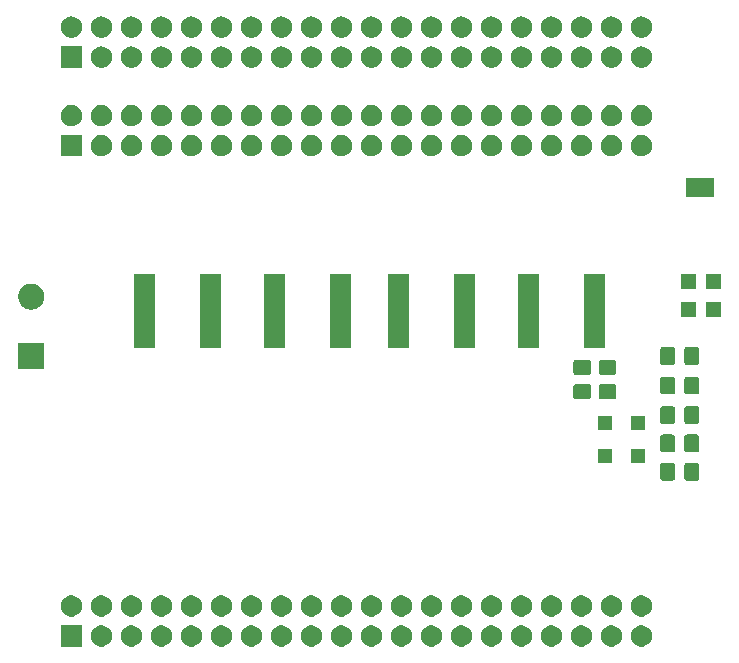
<source format=gbr>
G04 #@! TF.GenerationSoftware,KiCad,Pcbnew,5.1.6*
G04 #@! TF.CreationDate,2020-06-26T19:26:29+02:00*
G04 #@! TF.ProjectId,F010_rpi_logic_level_shifter_hat,46303130-5f72-4706-995f-6c6f6769635f,rev?*
G04 #@! TF.SameCoordinates,PXa52d280PY2b953a0*
G04 #@! TF.FileFunction,Soldermask,Top*
G04 #@! TF.FilePolarity,Negative*
%FSLAX46Y46*%
G04 Gerber Fmt 4.6, Leading zero omitted, Abs format (unit mm)*
G04 Created by KiCad (PCBNEW 5.1.6) date 2020-06-26 19:26:29*
%MOMM*%
%LPD*%
G01*
G04 APERTURE LIST*
%ADD10C,0.100000*%
G04 APERTURE END LIST*
D10*
G36*
X-4826488Y-49913927D02*
G01*
X-4677188Y-49943624D01*
X-4513216Y-50011544D01*
X-4365646Y-50110147D01*
X-4240147Y-50235646D01*
X-4141544Y-50383216D01*
X-4073624Y-50547188D01*
X-4039000Y-50721259D01*
X-4039000Y-50898741D01*
X-4073624Y-51072812D01*
X-4141544Y-51236784D01*
X-4240147Y-51384354D01*
X-4365646Y-51509853D01*
X-4513216Y-51608456D01*
X-4677188Y-51676376D01*
X-4826488Y-51706073D01*
X-4851258Y-51711000D01*
X-5028742Y-51711000D01*
X-5053512Y-51706073D01*
X-5202812Y-51676376D01*
X-5366784Y-51608456D01*
X-5514354Y-51509853D01*
X-5639853Y-51384354D01*
X-5738456Y-51236784D01*
X-5806376Y-51072812D01*
X-5841000Y-50898741D01*
X-5841000Y-50721259D01*
X-5806376Y-50547188D01*
X-5738456Y-50383216D01*
X-5639853Y-50235646D01*
X-5514354Y-50110147D01*
X-5366784Y-50011544D01*
X-5202812Y-49943624D01*
X-5053512Y-49913927D01*
X-5028742Y-49909000D01*
X-4851258Y-49909000D01*
X-4826488Y-49913927D01*
G37*
G36*
X-30226488Y-49913927D02*
G01*
X-30077188Y-49943624D01*
X-29913216Y-50011544D01*
X-29765646Y-50110147D01*
X-29640147Y-50235646D01*
X-29541544Y-50383216D01*
X-29473624Y-50547188D01*
X-29439000Y-50721259D01*
X-29439000Y-50898741D01*
X-29473624Y-51072812D01*
X-29541544Y-51236784D01*
X-29640147Y-51384354D01*
X-29765646Y-51509853D01*
X-29913216Y-51608456D01*
X-30077188Y-51676376D01*
X-30226488Y-51706073D01*
X-30251258Y-51711000D01*
X-30428742Y-51711000D01*
X-30453512Y-51706073D01*
X-30602812Y-51676376D01*
X-30766784Y-51608456D01*
X-30914354Y-51509853D01*
X-31039853Y-51384354D01*
X-31138456Y-51236784D01*
X-31206376Y-51072812D01*
X-31241000Y-50898741D01*
X-31241000Y-50721259D01*
X-31206376Y-50547188D01*
X-31138456Y-50383216D01*
X-31039853Y-50235646D01*
X-30914354Y-50110147D01*
X-30766784Y-50011544D01*
X-30602812Y-49943624D01*
X-30453512Y-49913927D01*
X-30428742Y-49909000D01*
X-30251258Y-49909000D01*
X-30226488Y-49913927D01*
G37*
G36*
X-9906488Y-49913927D02*
G01*
X-9757188Y-49943624D01*
X-9593216Y-50011544D01*
X-9445646Y-50110147D01*
X-9320147Y-50235646D01*
X-9221544Y-50383216D01*
X-9153624Y-50547188D01*
X-9119000Y-50721259D01*
X-9119000Y-50898741D01*
X-9153624Y-51072812D01*
X-9221544Y-51236784D01*
X-9320147Y-51384354D01*
X-9445646Y-51509853D01*
X-9593216Y-51608456D01*
X-9757188Y-51676376D01*
X-9906488Y-51706073D01*
X-9931258Y-51711000D01*
X-10108742Y-51711000D01*
X-10133512Y-51706073D01*
X-10282812Y-51676376D01*
X-10446784Y-51608456D01*
X-10594354Y-51509853D01*
X-10719853Y-51384354D01*
X-10818456Y-51236784D01*
X-10886376Y-51072812D01*
X-10921000Y-50898741D01*
X-10921000Y-50721259D01*
X-10886376Y-50547188D01*
X-10818456Y-50383216D01*
X-10719853Y-50235646D01*
X-10594354Y-50110147D01*
X-10446784Y-50011544D01*
X-10282812Y-49943624D01*
X-10133512Y-49913927D01*
X-10108742Y-49909000D01*
X-9931258Y-49909000D01*
X-9906488Y-49913927D01*
G37*
G36*
X-12446488Y-49913927D02*
G01*
X-12297188Y-49943624D01*
X-12133216Y-50011544D01*
X-11985646Y-50110147D01*
X-11860147Y-50235646D01*
X-11761544Y-50383216D01*
X-11693624Y-50547188D01*
X-11659000Y-50721259D01*
X-11659000Y-50898741D01*
X-11693624Y-51072812D01*
X-11761544Y-51236784D01*
X-11860147Y-51384354D01*
X-11985646Y-51509853D01*
X-12133216Y-51608456D01*
X-12297188Y-51676376D01*
X-12446488Y-51706073D01*
X-12471258Y-51711000D01*
X-12648742Y-51711000D01*
X-12673512Y-51706073D01*
X-12822812Y-51676376D01*
X-12986784Y-51608456D01*
X-13134354Y-51509853D01*
X-13259853Y-51384354D01*
X-13358456Y-51236784D01*
X-13426376Y-51072812D01*
X-13461000Y-50898741D01*
X-13461000Y-50721259D01*
X-13426376Y-50547188D01*
X-13358456Y-50383216D01*
X-13259853Y-50235646D01*
X-13134354Y-50110147D01*
X-12986784Y-50011544D01*
X-12822812Y-49943624D01*
X-12673512Y-49913927D01*
X-12648742Y-49909000D01*
X-12471258Y-49909000D01*
X-12446488Y-49913927D01*
G37*
G36*
X-14986488Y-49913927D02*
G01*
X-14837188Y-49943624D01*
X-14673216Y-50011544D01*
X-14525646Y-50110147D01*
X-14400147Y-50235646D01*
X-14301544Y-50383216D01*
X-14233624Y-50547188D01*
X-14199000Y-50721259D01*
X-14199000Y-50898741D01*
X-14233624Y-51072812D01*
X-14301544Y-51236784D01*
X-14400147Y-51384354D01*
X-14525646Y-51509853D01*
X-14673216Y-51608456D01*
X-14837188Y-51676376D01*
X-14986488Y-51706073D01*
X-15011258Y-51711000D01*
X-15188742Y-51711000D01*
X-15213512Y-51706073D01*
X-15362812Y-51676376D01*
X-15526784Y-51608456D01*
X-15674354Y-51509853D01*
X-15799853Y-51384354D01*
X-15898456Y-51236784D01*
X-15966376Y-51072812D01*
X-16001000Y-50898741D01*
X-16001000Y-50721259D01*
X-15966376Y-50547188D01*
X-15898456Y-50383216D01*
X-15799853Y-50235646D01*
X-15674354Y-50110147D01*
X-15526784Y-50011544D01*
X-15362812Y-49943624D01*
X-15213512Y-49913927D01*
X-15188742Y-49909000D01*
X-15011258Y-49909000D01*
X-14986488Y-49913927D01*
G37*
G36*
X-17526488Y-49913927D02*
G01*
X-17377188Y-49943624D01*
X-17213216Y-50011544D01*
X-17065646Y-50110147D01*
X-16940147Y-50235646D01*
X-16841544Y-50383216D01*
X-16773624Y-50547188D01*
X-16739000Y-50721259D01*
X-16739000Y-50898741D01*
X-16773624Y-51072812D01*
X-16841544Y-51236784D01*
X-16940147Y-51384354D01*
X-17065646Y-51509853D01*
X-17213216Y-51608456D01*
X-17377188Y-51676376D01*
X-17526488Y-51706073D01*
X-17551258Y-51711000D01*
X-17728742Y-51711000D01*
X-17753512Y-51706073D01*
X-17902812Y-51676376D01*
X-18066784Y-51608456D01*
X-18214354Y-51509853D01*
X-18339853Y-51384354D01*
X-18438456Y-51236784D01*
X-18506376Y-51072812D01*
X-18541000Y-50898741D01*
X-18541000Y-50721259D01*
X-18506376Y-50547188D01*
X-18438456Y-50383216D01*
X-18339853Y-50235646D01*
X-18214354Y-50110147D01*
X-18066784Y-50011544D01*
X-17902812Y-49943624D01*
X-17753512Y-49913927D01*
X-17728742Y-49909000D01*
X-17551258Y-49909000D01*
X-17526488Y-49913927D01*
G37*
G36*
X-20066488Y-49913927D02*
G01*
X-19917188Y-49943624D01*
X-19753216Y-50011544D01*
X-19605646Y-50110147D01*
X-19480147Y-50235646D01*
X-19381544Y-50383216D01*
X-19313624Y-50547188D01*
X-19279000Y-50721259D01*
X-19279000Y-50898741D01*
X-19313624Y-51072812D01*
X-19381544Y-51236784D01*
X-19480147Y-51384354D01*
X-19605646Y-51509853D01*
X-19753216Y-51608456D01*
X-19917188Y-51676376D01*
X-20066488Y-51706073D01*
X-20091258Y-51711000D01*
X-20268742Y-51711000D01*
X-20293512Y-51706073D01*
X-20442812Y-51676376D01*
X-20606784Y-51608456D01*
X-20754354Y-51509853D01*
X-20879853Y-51384354D01*
X-20978456Y-51236784D01*
X-21046376Y-51072812D01*
X-21081000Y-50898741D01*
X-21081000Y-50721259D01*
X-21046376Y-50547188D01*
X-20978456Y-50383216D01*
X-20879853Y-50235646D01*
X-20754354Y-50110147D01*
X-20606784Y-50011544D01*
X-20442812Y-49943624D01*
X-20293512Y-49913927D01*
X-20268742Y-49909000D01*
X-20091258Y-49909000D01*
X-20066488Y-49913927D01*
G37*
G36*
X-22606488Y-49913927D02*
G01*
X-22457188Y-49943624D01*
X-22293216Y-50011544D01*
X-22145646Y-50110147D01*
X-22020147Y-50235646D01*
X-21921544Y-50383216D01*
X-21853624Y-50547188D01*
X-21819000Y-50721259D01*
X-21819000Y-50898741D01*
X-21853624Y-51072812D01*
X-21921544Y-51236784D01*
X-22020147Y-51384354D01*
X-22145646Y-51509853D01*
X-22293216Y-51608456D01*
X-22457188Y-51676376D01*
X-22606488Y-51706073D01*
X-22631258Y-51711000D01*
X-22808742Y-51711000D01*
X-22833512Y-51706073D01*
X-22982812Y-51676376D01*
X-23146784Y-51608456D01*
X-23294354Y-51509853D01*
X-23419853Y-51384354D01*
X-23518456Y-51236784D01*
X-23586376Y-51072812D01*
X-23621000Y-50898741D01*
X-23621000Y-50721259D01*
X-23586376Y-50547188D01*
X-23518456Y-50383216D01*
X-23419853Y-50235646D01*
X-23294354Y-50110147D01*
X-23146784Y-50011544D01*
X-22982812Y-49943624D01*
X-22833512Y-49913927D01*
X-22808742Y-49909000D01*
X-22631258Y-49909000D01*
X-22606488Y-49913927D01*
G37*
G36*
X-25146488Y-49913927D02*
G01*
X-24997188Y-49943624D01*
X-24833216Y-50011544D01*
X-24685646Y-50110147D01*
X-24560147Y-50235646D01*
X-24461544Y-50383216D01*
X-24393624Y-50547188D01*
X-24359000Y-50721259D01*
X-24359000Y-50898741D01*
X-24393624Y-51072812D01*
X-24461544Y-51236784D01*
X-24560147Y-51384354D01*
X-24685646Y-51509853D01*
X-24833216Y-51608456D01*
X-24997188Y-51676376D01*
X-25146488Y-51706073D01*
X-25171258Y-51711000D01*
X-25348742Y-51711000D01*
X-25373512Y-51706073D01*
X-25522812Y-51676376D01*
X-25686784Y-51608456D01*
X-25834354Y-51509853D01*
X-25959853Y-51384354D01*
X-26058456Y-51236784D01*
X-26126376Y-51072812D01*
X-26161000Y-50898741D01*
X-26161000Y-50721259D01*
X-26126376Y-50547188D01*
X-26058456Y-50383216D01*
X-25959853Y-50235646D01*
X-25834354Y-50110147D01*
X-25686784Y-50011544D01*
X-25522812Y-49943624D01*
X-25373512Y-49913927D01*
X-25348742Y-49909000D01*
X-25171258Y-49909000D01*
X-25146488Y-49913927D01*
G37*
G36*
X-27686488Y-49913927D02*
G01*
X-27537188Y-49943624D01*
X-27373216Y-50011544D01*
X-27225646Y-50110147D01*
X-27100147Y-50235646D01*
X-27001544Y-50383216D01*
X-26933624Y-50547188D01*
X-26899000Y-50721259D01*
X-26899000Y-50898741D01*
X-26933624Y-51072812D01*
X-27001544Y-51236784D01*
X-27100147Y-51384354D01*
X-27225646Y-51509853D01*
X-27373216Y-51608456D01*
X-27537188Y-51676376D01*
X-27686488Y-51706073D01*
X-27711258Y-51711000D01*
X-27888742Y-51711000D01*
X-27913512Y-51706073D01*
X-28062812Y-51676376D01*
X-28226784Y-51608456D01*
X-28374354Y-51509853D01*
X-28499853Y-51384354D01*
X-28598456Y-51236784D01*
X-28666376Y-51072812D01*
X-28701000Y-50898741D01*
X-28701000Y-50721259D01*
X-28666376Y-50547188D01*
X-28598456Y-50383216D01*
X-28499853Y-50235646D01*
X-28374354Y-50110147D01*
X-28226784Y-50011544D01*
X-28062812Y-49943624D01*
X-27913512Y-49913927D01*
X-27888742Y-49909000D01*
X-27711258Y-49909000D01*
X-27686488Y-49913927D01*
G37*
G36*
X-7366488Y-49913927D02*
G01*
X-7217188Y-49943624D01*
X-7053216Y-50011544D01*
X-6905646Y-50110147D01*
X-6780147Y-50235646D01*
X-6681544Y-50383216D01*
X-6613624Y-50547188D01*
X-6579000Y-50721259D01*
X-6579000Y-50898741D01*
X-6613624Y-51072812D01*
X-6681544Y-51236784D01*
X-6780147Y-51384354D01*
X-6905646Y-51509853D01*
X-7053216Y-51608456D01*
X-7217188Y-51676376D01*
X-7366488Y-51706073D01*
X-7391258Y-51711000D01*
X-7568742Y-51711000D01*
X-7593512Y-51706073D01*
X-7742812Y-51676376D01*
X-7906784Y-51608456D01*
X-8054354Y-51509853D01*
X-8179853Y-51384354D01*
X-8278456Y-51236784D01*
X-8346376Y-51072812D01*
X-8381000Y-50898741D01*
X-8381000Y-50721259D01*
X-8346376Y-50547188D01*
X-8278456Y-50383216D01*
X-8179853Y-50235646D01*
X-8054354Y-50110147D01*
X-7906784Y-50011544D01*
X-7742812Y-49943624D01*
X-7593512Y-49913927D01*
X-7568742Y-49909000D01*
X-7391258Y-49909000D01*
X-7366488Y-49913927D01*
G37*
G36*
X-35306488Y-49913927D02*
G01*
X-35157188Y-49943624D01*
X-34993216Y-50011544D01*
X-34845646Y-50110147D01*
X-34720147Y-50235646D01*
X-34621544Y-50383216D01*
X-34553624Y-50547188D01*
X-34519000Y-50721259D01*
X-34519000Y-50898741D01*
X-34553624Y-51072812D01*
X-34621544Y-51236784D01*
X-34720147Y-51384354D01*
X-34845646Y-51509853D01*
X-34993216Y-51608456D01*
X-35157188Y-51676376D01*
X-35306488Y-51706073D01*
X-35331258Y-51711000D01*
X-35508742Y-51711000D01*
X-35533512Y-51706073D01*
X-35682812Y-51676376D01*
X-35846784Y-51608456D01*
X-35994354Y-51509853D01*
X-36119853Y-51384354D01*
X-36218456Y-51236784D01*
X-36286376Y-51072812D01*
X-36321000Y-50898741D01*
X-36321000Y-50721259D01*
X-36286376Y-50547188D01*
X-36218456Y-50383216D01*
X-36119853Y-50235646D01*
X-35994354Y-50110147D01*
X-35846784Y-50011544D01*
X-35682812Y-49943624D01*
X-35533512Y-49913927D01*
X-35508742Y-49909000D01*
X-35331258Y-49909000D01*
X-35306488Y-49913927D01*
G37*
G36*
X-37846488Y-49913927D02*
G01*
X-37697188Y-49943624D01*
X-37533216Y-50011544D01*
X-37385646Y-50110147D01*
X-37260147Y-50235646D01*
X-37161544Y-50383216D01*
X-37093624Y-50547188D01*
X-37059000Y-50721259D01*
X-37059000Y-50898741D01*
X-37093624Y-51072812D01*
X-37161544Y-51236784D01*
X-37260147Y-51384354D01*
X-37385646Y-51509853D01*
X-37533216Y-51608456D01*
X-37697188Y-51676376D01*
X-37846488Y-51706073D01*
X-37871258Y-51711000D01*
X-38048742Y-51711000D01*
X-38073512Y-51706073D01*
X-38222812Y-51676376D01*
X-38386784Y-51608456D01*
X-38534354Y-51509853D01*
X-38659853Y-51384354D01*
X-38758456Y-51236784D01*
X-38826376Y-51072812D01*
X-38861000Y-50898741D01*
X-38861000Y-50721259D01*
X-38826376Y-50547188D01*
X-38758456Y-50383216D01*
X-38659853Y-50235646D01*
X-38534354Y-50110147D01*
X-38386784Y-50011544D01*
X-38222812Y-49943624D01*
X-38073512Y-49913927D01*
X-38048742Y-49909000D01*
X-37871258Y-49909000D01*
X-37846488Y-49913927D01*
G37*
G36*
X-40386488Y-49913927D02*
G01*
X-40237188Y-49943624D01*
X-40073216Y-50011544D01*
X-39925646Y-50110147D01*
X-39800147Y-50235646D01*
X-39701544Y-50383216D01*
X-39633624Y-50547188D01*
X-39599000Y-50721259D01*
X-39599000Y-50898741D01*
X-39633624Y-51072812D01*
X-39701544Y-51236784D01*
X-39800147Y-51384354D01*
X-39925646Y-51509853D01*
X-40073216Y-51608456D01*
X-40237188Y-51676376D01*
X-40386488Y-51706073D01*
X-40411258Y-51711000D01*
X-40588742Y-51711000D01*
X-40613512Y-51706073D01*
X-40762812Y-51676376D01*
X-40926784Y-51608456D01*
X-41074354Y-51509853D01*
X-41199853Y-51384354D01*
X-41298456Y-51236784D01*
X-41366376Y-51072812D01*
X-41401000Y-50898741D01*
X-41401000Y-50721259D01*
X-41366376Y-50547188D01*
X-41298456Y-50383216D01*
X-41199853Y-50235646D01*
X-41074354Y-50110147D01*
X-40926784Y-50011544D01*
X-40762812Y-49943624D01*
X-40613512Y-49913927D01*
X-40588742Y-49909000D01*
X-40411258Y-49909000D01*
X-40386488Y-49913927D01*
G37*
G36*
X-42926488Y-49913927D02*
G01*
X-42777188Y-49943624D01*
X-42613216Y-50011544D01*
X-42465646Y-50110147D01*
X-42340147Y-50235646D01*
X-42241544Y-50383216D01*
X-42173624Y-50547188D01*
X-42139000Y-50721259D01*
X-42139000Y-50898741D01*
X-42173624Y-51072812D01*
X-42241544Y-51236784D01*
X-42340147Y-51384354D01*
X-42465646Y-51509853D01*
X-42613216Y-51608456D01*
X-42777188Y-51676376D01*
X-42926488Y-51706073D01*
X-42951258Y-51711000D01*
X-43128742Y-51711000D01*
X-43153512Y-51706073D01*
X-43302812Y-51676376D01*
X-43466784Y-51608456D01*
X-43614354Y-51509853D01*
X-43739853Y-51384354D01*
X-43838456Y-51236784D01*
X-43906376Y-51072812D01*
X-43941000Y-50898741D01*
X-43941000Y-50721259D01*
X-43906376Y-50547188D01*
X-43838456Y-50383216D01*
X-43739853Y-50235646D01*
X-43614354Y-50110147D01*
X-43466784Y-50011544D01*
X-43302812Y-49943624D01*
X-43153512Y-49913927D01*
X-43128742Y-49909000D01*
X-42951258Y-49909000D01*
X-42926488Y-49913927D01*
G37*
G36*
X-45466488Y-49913927D02*
G01*
X-45317188Y-49943624D01*
X-45153216Y-50011544D01*
X-45005646Y-50110147D01*
X-44880147Y-50235646D01*
X-44781544Y-50383216D01*
X-44713624Y-50547188D01*
X-44679000Y-50721259D01*
X-44679000Y-50898741D01*
X-44713624Y-51072812D01*
X-44781544Y-51236784D01*
X-44880147Y-51384354D01*
X-45005646Y-51509853D01*
X-45153216Y-51608456D01*
X-45317188Y-51676376D01*
X-45466488Y-51706073D01*
X-45491258Y-51711000D01*
X-45668742Y-51711000D01*
X-45693512Y-51706073D01*
X-45842812Y-51676376D01*
X-46006784Y-51608456D01*
X-46154354Y-51509853D01*
X-46279853Y-51384354D01*
X-46378456Y-51236784D01*
X-46446376Y-51072812D01*
X-46481000Y-50898741D01*
X-46481000Y-50721259D01*
X-46446376Y-50547188D01*
X-46378456Y-50383216D01*
X-46279853Y-50235646D01*
X-46154354Y-50110147D01*
X-46006784Y-50011544D01*
X-45842812Y-49943624D01*
X-45693512Y-49913927D01*
X-45668742Y-49909000D01*
X-45491258Y-49909000D01*
X-45466488Y-49913927D01*
G37*
G36*
X-48006488Y-49913927D02*
G01*
X-47857188Y-49943624D01*
X-47693216Y-50011544D01*
X-47545646Y-50110147D01*
X-47420147Y-50235646D01*
X-47321544Y-50383216D01*
X-47253624Y-50547188D01*
X-47219000Y-50721259D01*
X-47219000Y-50898741D01*
X-47253624Y-51072812D01*
X-47321544Y-51236784D01*
X-47420147Y-51384354D01*
X-47545646Y-51509853D01*
X-47693216Y-51608456D01*
X-47857188Y-51676376D01*
X-48006488Y-51706073D01*
X-48031258Y-51711000D01*
X-48208742Y-51711000D01*
X-48233512Y-51706073D01*
X-48382812Y-51676376D01*
X-48546784Y-51608456D01*
X-48694354Y-51509853D01*
X-48819853Y-51384354D01*
X-48918456Y-51236784D01*
X-48986376Y-51072812D01*
X-49021000Y-50898741D01*
X-49021000Y-50721259D01*
X-48986376Y-50547188D01*
X-48918456Y-50383216D01*
X-48819853Y-50235646D01*
X-48694354Y-50110147D01*
X-48546784Y-50011544D01*
X-48382812Y-49943624D01*
X-48233512Y-49913927D01*
X-48208742Y-49909000D01*
X-48031258Y-49909000D01*
X-48006488Y-49913927D01*
G37*
G36*
X-50546488Y-49913927D02*
G01*
X-50397188Y-49943624D01*
X-50233216Y-50011544D01*
X-50085646Y-50110147D01*
X-49960147Y-50235646D01*
X-49861544Y-50383216D01*
X-49793624Y-50547188D01*
X-49759000Y-50721259D01*
X-49759000Y-50898741D01*
X-49793624Y-51072812D01*
X-49861544Y-51236784D01*
X-49960147Y-51384354D01*
X-50085646Y-51509853D01*
X-50233216Y-51608456D01*
X-50397188Y-51676376D01*
X-50546488Y-51706073D01*
X-50571258Y-51711000D01*
X-50748742Y-51711000D01*
X-50773512Y-51706073D01*
X-50922812Y-51676376D01*
X-51086784Y-51608456D01*
X-51234354Y-51509853D01*
X-51359853Y-51384354D01*
X-51458456Y-51236784D01*
X-51526376Y-51072812D01*
X-51561000Y-50898741D01*
X-51561000Y-50721259D01*
X-51526376Y-50547188D01*
X-51458456Y-50383216D01*
X-51359853Y-50235646D01*
X-51234354Y-50110147D01*
X-51086784Y-50011544D01*
X-50922812Y-49943624D01*
X-50773512Y-49913927D01*
X-50748742Y-49909000D01*
X-50571258Y-49909000D01*
X-50546488Y-49913927D01*
G37*
G36*
X-52299000Y-51711000D02*
G01*
X-54101000Y-51711000D01*
X-54101000Y-49909000D01*
X-52299000Y-49909000D01*
X-52299000Y-51711000D01*
G37*
G36*
X-32766488Y-49913927D02*
G01*
X-32617188Y-49943624D01*
X-32453216Y-50011544D01*
X-32305646Y-50110147D01*
X-32180147Y-50235646D01*
X-32081544Y-50383216D01*
X-32013624Y-50547188D01*
X-31979000Y-50721259D01*
X-31979000Y-50898741D01*
X-32013624Y-51072812D01*
X-32081544Y-51236784D01*
X-32180147Y-51384354D01*
X-32305646Y-51509853D01*
X-32453216Y-51608456D01*
X-32617188Y-51676376D01*
X-32766488Y-51706073D01*
X-32791258Y-51711000D01*
X-32968742Y-51711000D01*
X-32993512Y-51706073D01*
X-33142812Y-51676376D01*
X-33306784Y-51608456D01*
X-33454354Y-51509853D01*
X-33579853Y-51384354D01*
X-33678456Y-51236784D01*
X-33746376Y-51072812D01*
X-33781000Y-50898741D01*
X-33781000Y-50721259D01*
X-33746376Y-50547188D01*
X-33678456Y-50383216D01*
X-33579853Y-50235646D01*
X-33454354Y-50110147D01*
X-33306784Y-50011544D01*
X-33142812Y-49943624D01*
X-32993512Y-49913927D01*
X-32968742Y-49909000D01*
X-32791258Y-49909000D01*
X-32766488Y-49913927D01*
G37*
G36*
X-20066488Y-47373927D02*
G01*
X-19917188Y-47403624D01*
X-19753216Y-47471544D01*
X-19605646Y-47570147D01*
X-19480147Y-47695646D01*
X-19381544Y-47843216D01*
X-19313624Y-48007188D01*
X-19279000Y-48181259D01*
X-19279000Y-48358741D01*
X-19313624Y-48532812D01*
X-19381544Y-48696784D01*
X-19480147Y-48844354D01*
X-19605646Y-48969853D01*
X-19753216Y-49068456D01*
X-19917188Y-49136376D01*
X-20066488Y-49166073D01*
X-20091258Y-49171000D01*
X-20268742Y-49171000D01*
X-20293512Y-49166073D01*
X-20442812Y-49136376D01*
X-20606784Y-49068456D01*
X-20754354Y-48969853D01*
X-20879853Y-48844354D01*
X-20978456Y-48696784D01*
X-21046376Y-48532812D01*
X-21081000Y-48358741D01*
X-21081000Y-48181259D01*
X-21046376Y-48007188D01*
X-20978456Y-47843216D01*
X-20879853Y-47695646D01*
X-20754354Y-47570147D01*
X-20606784Y-47471544D01*
X-20442812Y-47403624D01*
X-20293512Y-47373927D01*
X-20268742Y-47369000D01*
X-20091258Y-47369000D01*
X-20066488Y-47373927D01*
G37*
G36*
X-32766488Y-47373927D02*
G01*
X-32617188Y-47403624D01*
X-32453216Y-47471544D01*
X-32305646Y-47570147D01*
X-32180147Y-47695646D01*
X-32081544Y-47843216D01*
X-32013624Y-48007188D01*
X-31979000Y-48181259D01*
X-31979000Y-48358741D01*
X-32013624Y-48532812D01*
X-32081544Y-48696784D01*
X-32180147Y-48844354D01*
X-32305646Y-48969853D01*
X-32453216Y-49068456D01*
X-32617188Y-49136376D01*
X-32766488Y-49166073D01*
X-32791258Y-49171000D01*
X-32968742Y-49171000D01*
X-32993512Y-49166073D01*
X-33142812Y-49136376D01*
X-33306784Y-49068456D01*
X-33454354Y-48969853D01*
X-33579853Y-48844354D01*
X-33678456Y-48696784D01*
X-33746376Y-48532812D01*
X-33781000Y-48358741D01*
X-33781000Y-48181259D01*
X-33746376Y-48007188D01*
X-33678456Y-47843216D01*
X-33579853Y-47695646D01*
X-33454354Y-47570147D01*
X-33306784Y-47471544D01*
X-33142812Y-47403624D01*
X-32993512Y-47373927D01*
X-32968742Y-47369000D01*
X-32791258Y-47369000D01*
X-32766488Y-47373927D01*
G37*
G36*
X-17526488Y-47373927D02*
G01*
X-17377188Y-47403624D01*
X-17213216Y-47471544D01*
X-17065646Y-47570147D01*
X-16940147Y-47695646D01*
X-16841544Y-47843216D01*
X-16773624Y-48007188D01*
X-16739000Y-48181259D01*
X-16739000Y-48358741D01*
X-16773624Y-48532812D01*
X-16841544Y-48696784D01*
X-16940147Y-48844354D01*
X-17065646Y-48969853D01*
X-17213216Y-49068456D01*
X-17377188Y-49136376D01*
X-17526488Y-49166073D01*
X-17551258Y-49171000D01*
X-17728742Y-49171000D01*
X-17753512Y-49166073D01*
X-17902812Y-49136376D01*
X-18066784Y-49068456D01*
X-18214354Y-48969853D01*
X-18339853Y-48844354D01*
X-18438456Y-48696784D01*
X-18506376Y-48532812D01*
X-18541000Y-48358741D01*
X-18541000Y-48181259D01*
X-18506376Y-48007188D01*
X-18438456Y-47843216D01*
X-18339853Y-47695646D01*
X-18214354Y-47570147D01*
X-18066784Y-47471544D01*
X-17902812Y-47403624D01*
X-17753512Y-47373927D01*
X-17728742Y-47369000D01*
X-17551258Y-47369000D01*
X-17526488Y-47373927D01*
G37*
G36*
X-14986488Y-47373927D02*
G01*
X-14837188Y-47403624D01*
X-14673216Y-47471544D01*
X-14525646Y-47570147D01*
X-14400147Y-47695646D01*
X-14301544Y-47843216D01*
X-14233624Y-48007188D01*
X-14199000Y-48181259D01*
X-14199000Y-48358741D01*
X-14233624Y-48532812D01*
X-14301544Y-48696784D01*
X-14400147Y-48844354D01*
X-14525646Y-48969853D01*
X-14673216Y-49068456D01*
X-14837188Y-49136376D01*
X-14986488Y-49166073D01*
X-15011258Y-49171000D01*
X-15188742Y-49171000D01*
X-15213512Y-49166073D01*
X-15362812Y-49136376D01*
X-15526784Y-49068456D01*
X-15674354Y-48969853D01*
X-15799853Y-48844354D01*
X-15898456Y-48696784D01*
X-15966376Y-48532812D01*
X-16001000Y-48358741D01*
X-16001000Y-48181259D01*
X-15966376Y-48007188D01*
X-15898456Y-47843216D01*
X-15799853Y-47695646D01*
X-15674354Y-47570147D01*
X-15526784Y-47471544D01*
X-15362812Y-47403624D01*
X-15213512Y-47373927D01*
X-15188742Y-47369000D01*
X-15011258Y-47369000D01*
X-14986488Y-47373927D01*
G37*
G36*
X-9906488Y-47373927D02*
G01*
X-9757188Y-47403624D01*
X-9593216Y-47471544D01*
X-9445646Y-47570147D01*
X-9320147Y-47695646D01*
X-9221544Y-47843216D01*
X-9153624Y-48007188D01*
X-9119000Y-48181259D01*
X-9119000Y-48358741D01*
X-9153624Y-48532812D01*
X-9221544Y-48696784D01*
X-9320147Y-48844354D01*
X-9445646Y-48969853D01*
X-9593216Y-49068456D01*
X-9757188Y-49136376D01*
X-9906488Y-49166073D01*
X-9931258Y-49171000D01*
X-10108742Y-49171000D01*
X-10133512Y-49166073D01*
X-10282812Y-49136376D01*
X-10446784Y-49068456D01*
X-10594354Y-48969853D01*
X-10719853Y-48844354D01*
X-10818456Y-48696784D01*
X-10886376Y-48532812D01*
X-10921000Y-48358741D01*
X-10921000Y-48181259D01*
X-10886376Y-48007188D01*
X-10818456Y-47843216D01*
X-10719853Y-47695646D01*
X-10594354Y-47570147D01*
X-10446784Y-47471544D01*
X-10282812Y-47403624D01*
X-10133512Y-47373927D01*
X-10108742Y-47369000D01*
X-9931258Y-47369000D01*
X-9906488Y-47373927D01*
G37*
G36*
X-7366488Y-47373927D02*
G01*
X-7217188Y-47403624D01*
X-7053216Y-47471544D01*
X-6905646Y-47570147D01*
X-6780147Y-47695646D01*
X-6681544Y-47843216D01*
X-6613624Y-48007188D01*
X-6579000Y-48181259D01*
X-6579000Y-48358741D01*
X-6613624Y-48532812D01*
X-6681544Y-48696784D01*
X-6780147Y-48844354D01*
X-6905646Y-48969853D01*
X-7053216Y-49068456D01*
X-7217188Y-49136376D01*
X-7366488Y-49166073D01*
X-7391258Y-49171000D01*
X-7568742Y-49171000D01*
X-7593512Y-49166073D01*
X-7742812Y-49136376D01*
X-7906784Y-49068456D01*
X-8054354Y-48969853D01*
X-8179853Y-48844354D01*
X-8278456Y-48696784D01*
X-8346376Y-48532812D01*
X-8381000Y-48358741D01*
X-8381000Y-48181259D01*
X-8346376Y-48007188D01*
X-8278456Y-47843216D01*
X-8179853Y-47695646D01*
X-8054354Y-47570147D01*
X-7906784Y-47471544D01*
X-7742812Y-47403624D01*
X-7593512Y-47373927D01*
X-7568742Y-47369000D01*
X-7391258Y-47369000D01*
X-7366488Y-47373927D01*
G37*
G36*
X-4826488Y-47373927D02*
G01*
X-4677188Y-47403624D01*
X-4513216Y-47471544D01*
X-4365646Y-47570147D01*
X-4240147Y-47695646D01*
X-4141544Y-47843216D01*
X-4073624Y-48007188D01*
X-4039000Y-48181259D01*
X-4039000Y-48358741D01*
X-4073624Y-48532812D01*
X-4141544Y-48696784D01*
X-4240147Y-48844354D01*
X-4365646Y-48969853D01*
X-4513216Y-49068456D01*
X-4677188Y-49136376D01*
X-4826488Y-49166073D01*
X-4851258Y-49171000D01*
X-5028742Y-49171000D01*
X-5053512Y-49166073D01*
X-5202812Y-49136376D01*
X-5366784Y-49068456D01*
X-5514354Y-48969853D01*
X-5639853Y-48844354D01*
X-5738456Y-48696784D01*
X-5806376Y-48532812D01*
X-5841000Y-48358741D01*
X-5841000Y-48181259D01*
X-5806376Y-48007188D01*
X-5738456Y-47843216D01*
X-5639853Y-47695646D01*
X-5514354Y-47570147D01*
X-5366784Y-47471544D01*
X-5202812Y-47403624D01*
X-5053512Y-47373927D01*
X-5028742Y-47369000D01*
X-4851258Y-47369000D01*
X-4826488Y-47373927D01*
G37*
G36*
X-50546488Y-47373927D02*
G01*
X-50397188Y-47403624D01*
X-50233216Y-47471544D01*
X-50085646Y-47570147D01*
X-49960147Y-47695646D01*
X-49861544Y-47843216D01*
X-49793624Y-48007188D01*
X-49759000Y-48181259D01*
X-49759000Y-48358741D01*
X-49793624Y-48532812D01*
X-49861544Y-48696784D01*
X-49960147Y-48844354D01*
X-50085646Y-48969853D01*
X-50233216Y-49068456D01*
X-50397188Y-49136376D01*
X-50546488Y-49166073D01*
X-50571258Y-49171000D01*
X-50748742Y-49171000D01*
X-50773512Y-49166073D01*
X-50922812Y-49136376D01*
X-51086784Y-49068456D01*
X-51234354Y-48969853D01*
X-51359853Y-48844354D01*
X-51458456Y-48696784D01*
X-51526376Y-48532812D01*
X-51561000Y-48358741D01*
X-51561000Y-48181259D01*
X-51526376Y-48007188D01*
X-51458456Y-47843216D01*
X-51359853Y-47695646D01*
X-51234354Y-47570147D01*
X-51086784Y-47471544D01*
X-50922812Y-47403624D01*
X-50773512Y-47373927D01*
X-50748742Y-47369000D01*
X-50571258Y-47369000D01*
X-50546488Y-47373927D01*
G37*
G36*
X-48006488Y-47373927D02*
G01*
X-47857188Y-47403624D01*
X-47693216Y-47471544D01*
X-47545646Y-47570147D01*
X-47420147Y-47695646D01*
X-47321544Y-47843216D01*
X-47253624Y-48007188D01*
X-47219000Y-48181259D01*
X-47219000Y-48358741D01*
X-47253624Y-48532812D01*
X-47321544Y-48696784D01*
X-47420147Y-48844354D01*
X-47545646Y-48969853D01*
X-47693216Y-49068456D01*
X-47857188Y-49136376D01*
X-48006488Y-49166073D01*
X-48031258Y-49171000D01*
X-48208742Y-49171000D01*
X-48233512Y-49166073D01*
X-48382812Y-49136376D01*
X-48546784Y-49068456D01*
X-48694354Y-48969853D01*
X-48819853Y-48844354D01*
X-48918456Y-48696784D01*
X-48986376Y-48532812D01*
X-49021000Y-48358741D01*
X-49021000Y-48181259D01*
X-48986376Y-48007188D01*
X-48918456Y-47843216D01*
X-48819853Y-47695646D01*
X-48694354Y-47570147D01*
X-48546784Y-47471544D01*
X-48382812Y-47403624D01*
X-48233512Y-47373927D01*
X-48208742Y-47369000D01*
X-48031258Y-47369000D01*
X-48006488Y-47373927D01*
G37*
G36*
X-53086488Y-47373927D02*
G01*
X-52937188Y-47403624D01*
X-52773216Y-47471544D01*
X-52625646Y-47570147D01*
X-52500147Y-47695646D01*
X-52401544Y-47843216D01*
X-52333624Y-48007188D01*
X-52299000Y-48181259D01*
X-52299000Y-48358741D01*
X-52333624Y-48532812D01*
X-52401544Y-48696784D01*
X-52500147Y-48844354D01*
X-52625646Y-48969853D01*
X-52773216Y-49068456D01*
X-52937188Y-49136376D01*
X-53086488Y-49166073D01*
X-53111258Y-49171000D01*
X-53288742Y-49171000D01*
X-53313512Y-49166073D01*
X-53462812Y-49136376D01*
X-53626784Y-49068456D01*
X-53774354Y-48969853D01*
X-53899853Y-48844354D01*
X-53998456Y-48696784D01*
X-54066376Y-48532812D01*
X-54101000Y-48358741D01*
X-54101000Y-48181259D01*
X-54066376Y-48007188D01*
X-53998456Y-47843216D01*
X-53899853Y-47695646D01*
X-53774354Y-47570147D01*
X-53626784Y-47471544D01*
X-53462812Y-47403624D01*
X-53313512Y-47373927D01*
X-53288742Y-47369000D01*
X-53111258Y-47369000D01*
X-53086488Y-47373927D01*
G37*
G36*
X-22606488Y-47373927D02*
G01*
X-22457188Y-47403624D01*
X-22293216Y-47471544D01*
X-22145646Y-47570147D01*
X-22020147Y-47695646D01*
X-21921544Y-47843216D01*
X-21853624Y-48007188D01*
X-21819000Y-48181259D01*
X-21819000Y-48358741D01*
X-21853624Y-48532812D01*
X-21921544Y-48696784D01*
X-22020147Y-48844354D01*
X-22145646Y-48969853D01*
X-22293216Y-49068456D01*
X-22457188Y-49136376D01*
X-22606488Y-49166073D01*
X-22631258Y-49171000D01*
X-22808742Y-49171000D01*
X-22833512Y-49166073D01*
X-22982812Y-49136376D01*
X-23146784Y-49068456D01*
X-23294354Y-48969853D01*
X-23419853Y-48844354D01*
X-23518456Y-48696784D01*
X-23586376Y-48532812D01*
X-23621000Y-48358741D01*
X-23621000Y-48181259D01*
X-23586376Y-48007188D01*
X-23518456Y-47843216D01*
X-23419853Y-47695646D01*
X-23294354Y-47570147D01*
X-23146784Y-47471544D01*
X-22982812Y-47403624D01*
X-22833512Y-47373927D01*
X-22808742Y-47369000D01*
X-22631258Y-47369000D01*
X-22606488Y-47373927D01*
G37*
G36*
X-25146488Y-47373927D02*
G01*
X-24997188Y-47403624D01*
X-24833216Y-47471544D01*
X-24685646Y-47570147D01*
X-24560147Y-47695646D01*
X-24461544Y-47843216D01*
X-24393624Y-48007188D01*
X-24359000Y-48181259D01*
X-24359000Y-48358741D01*
X-24393624Y-48532812D01*
X-24461544Y-48696784D01*
X-24560147Y-48844354D01*
X-24685646Y-48969853D01*
X-24833216Y-49068456D01*
X-24997188Y-49136376D01*
X-25146488Y-49166073D01*
X-25171258Y-49171000D01*
X-25348742Y-49171000D01*
X-25373512Y-49166073D01*
X-25522812Y-49136376D01*
X-25686784Y-49068456D01*
X-25834354Y-48969853D01*
X-25959853Y-48844354D01*
X-26058456Y-48696784D01*
X-26126376Y-48532812D01*
X-26161000Y-48358741D01*
X-26161000Y-48181259D01*
X-26126376Y-48007188D01*
X-26058456Y-47843216D01*
X-25959853Y-47695646D01*
X-25834354Y-47570147D01*
X-25686784Y-47471544D01*
X-25522812Y-47403624D01*
X-25373512Y-47373927D01*
X-25348742Y-47369000D01*
X-25171258Y-47369000D01*
X-25146488Y-47373927D01*
G37*
G36*
X-12446488Y-47373927D02*
G01*
X-12297188Y-47403624D01*
X-12133216Y-47471544D01*
X-11985646Y-47570147D01*
X-11860147Y-47695646D01*
X-11761544Y-47843216D01*
X-11693624Y-48007188D01*
X-11659000Y-48181259D01*
X-11659000Y-48358741D01*
X-11693624Y-48532812D01*
X-11761544Y-48696784D01*
X-11860147Y-48844354D01*
X-11985646Y-48969853D01*
X-12133216Y-49068456D01*
X-12297188Y-49136376D01*
X-12446488Y-49166073D01*
X-12471258Y-49171000D01*
X-12648742Y-49171000D01*
X-12673512Y-49166073D01*
X-12822812Y-49136376D01*
X-12986784Y-49068456D01*
X-13134354Y-48969853D01*
X-13259853Y-48844354D01*
X-13358456Y-48696784D01*
X-13426376Y-48532812D01*
X-13461000Y-48358741D01*
X-13461000Y-48181259D01*
X-13426376Y-48007188D01*
X-13358456Y-47843216D01*
X-13259853Y-47695646D01*
X-13134354Y-47570147D01*
X-12986784Y-47471544D01*
X-12822812Y-47403624D01*
X-12673512Y-47373927D01*
X-12648742Y-47369000D01*
X-12471258Y-47369000D01*
X-12446488Y-47373927D01*
G37*
G36*
X-30226488Y-47373927D02*
G01*
X-30077188Y-47403624D01*
X-29913216Y-47471544D01*
X-29765646Y-47570147D01*
X-29640147Y-47695646D01*
X-29541544Y-47843216D01*
X-29473624Y-48007188D01*
X-29439000Y-48181259D01*
X-29439000Y-48358741D01*
X-29473624Y-48532812D01*
X-29541544Y-48696784D01*
X-29640147Y-48844354D01*
X-29765646Y-48969853D01*
X-29913216Y-49068456D01*
X-30077188Y-49136376D01*
X-30226488Y-49166073D01*
X-30251258Y-49171000D01*
X-30428742Y-49171000D01*
X-30453512Y-49166073D01*
X-30602812Y-49136376D01*
X-30766784Y-49068456D01*
X-30914354Y-48969853D01*
X-31039853Y-48844354D01*
X-31138456Y-48696784D01*
X-31206376Y-48532812D01*
X-31241000Y-48358741D01*
X-31241000Y-48181259D01*
X-31206376Y-48007188D01*
X-31138456Y-47843216D01*
X-31039853Y-47695646D01*
X-30914354Y-47570147D01*
X-30766784Y-47471544D01*
X-30602812Y-47403624D01*
X-30453512Y-47373927D01*
X-30428742Y-47369000D01*
X-30251258Y-47369000D01*
X-30226488Y-47373927D01*
G37*
G36*
X-35306488Y-47373927D02*
G01*
X-35157188Y-47403624D01*
X-34993216Y-47471544D01*
X-34845646Y-47570147D01*
X-34720147Y-47695646D01*
X-34621544Y-47843216D01*
X-34553624Y-48007188D01*
X-34519000Y-48181259D01*
X-34519000Y-48358741D01*
X-34553624Y-48532812D01*
X-34621544Y-48696784D01*
X-34720147Y-48844354D01*
X-34845646Y-48969853D01*
X-34993216Y-49068456D01*
X-35157188Y-49136376D01*
X-35306488Y-49166073D01*
X-35331258Y-49171000D01*
X-35508742Y-49171000D01*
X-35533512Y-49166073D01*
X-35682812Y-49136376D01*
X-35846784Y-49068456D01*
X-35994354Y-48969853D01*
X-36119853Y-48844354D01*
X-36218456Y-48696784D01*
X-36286376Y-48532812D01*
X-36321000Y-48358741D01*
X-36321000Y-48181259D01*
X-36286376Y-48007188D01*
X-36218456Y-47843216D01*
X-36119853Y-47695646D01*
X-35994354Y-47570147D01*
X-35846784Y-47471544D01*
X-35682812Y-47403624D01*
X-35533512Y-47373927D01*
X-35508742Y-47369000D01*
X-35331258Y-47369000D01*
X-35306488Y-47373927D01*
G37*
G36*
X-45466488Y-47373927D02*
G01*
X-45317188Y-47403624D01*
X-45153216Y-47471544D01*
X-45005646Y-47570147D01*
X-44880147Y-47695646D01*
X-44781544Y-47843216D01*
X-44713624Y-48007188D01*
X-44679000Y-48181259D01*
X-44679000Y-48358741D01*
X-44713624Y-48532812D01*
X-44781544Y-48696784D01*
X-44880147Y-48844354D01*
X-45005646Y-48969853D01*
X-45153216Y-49068456D01*
X-45317188Y-49136376D01*
X-45466488Y-49166073D01*
X-45491258Y-49171000D01*
X-45668742Y-49171000D01*
X-45693512Y-49166073D01*
X-45842812Y-49136376D01*
X-46006784Y-49068456D01*
X-46154354Y-48969853D01*
X-46279853Y-48844354D01*
X-46378456Y-48696784D01*
X-46446376Y-48532812D01*
X-46481000Y-48358741D01*
X-46481000Y-48181259D01*
X-46446376Y-48007188D01*
X-46378456Y-47843216D01*
X-46279853Y-47695646D01*
X-46154354Y-47570147D01*
X-46006784Y-47471544D01*
X-45842812Y-47403624D01*
X-45693512Y-47373927D01*
X-45668742Y-47369000D01*
X-45491258Y-47369000D01*
X-45466488Y-47373927D01*
G37*
G36*
X-37846488Y-47373927D02*
G01*
X-37697188Y-47403624D01*
X-37533216Y-47471544D01*
X-37385646Y-47570147D01*
X-37260147Y-47695646D01*
X-37161544Y-47843216D01*
X-37093624Y-48007188D01*
X-37059000Y-48181259D01*
X-37059000Y-48358741D01*
X-37093624Y-48532812D01*
X-37161544Y-48696784D01*
X-37260147Y-48844354D01*
X-37385646Y-48969853D01*
X-37533216Y-49068456D01*
X-37697188Y-49136376D01*
X-37846488Y-49166073D01*
X-37871258Y-49171000D01*
X-38048742Y-49171000D01*
X-38073512Y-49166073D01*
X-38222812Y-49136376D01*
X-38386784Y-49068456D01*
X-38534354Y-48969853D01*
X-38659853Y-48844354D01*
X-38758456Y-48696784D01*
X-38826376Y-48532812D01*
X-38861000Y-48358741D01*
X-38861000Y-48181259D01*
X-38826376Y-48007188D01*
X-38758456Y-47843216D01*
X-38659853Y-47695646D01*
X-38534354Y-47570147D01*
X-38386784Y-47471544D01*
X-38222812Y-47403624D01*
X-38073512Y-47373927D01*
X-38048742Y-47369000D01*
X-37871258Y-47369000D01*
X-37846488Y-47373927D01*
G37*
G36*
X-40386488Y-47373927D02*
G01*
X-40237188Y-47403624D01*
X-40073216Y-47471544D01*
X-39925646Y-47570147D01*
X-39800147Y-47695646D01*
X-39701544Y-47843216D01*
X-39633624Y-48007188D01*
X-39599000Y-48181259D01*
X-39599000Y-48358741D01*
X-39633624Y-48532812D01*
X-39701544Y-48696784D01*
X-39800147Y-48844354D01*
X-39925646Y-48969853D01*
X-40073216Y-49068456D01*
X-40237188Y-49136376D01*
X-40386488Y-49166073D01*
X-40411258Y-49171000D01*
X-40588742Y-49171000D01*
X-40613512Y-49166073D01*
X-40762812Y-49136376D01*
X-40926784Y-49068456D01*
X-41074354Y-48969853D01*
X-41199853Y-48844354D01*
X-41298456Y-48696784D01*
X-41366376Y-48532812D01*
X-41401000Y-48358741D01*
X-41401000Y-48181259D01*
X-41366376Y-48007188D01*
X-41298456Y-47843216D01*
X-41199853Y-47695646D01*
X-41074354Y-47570147D01*
X-40926784Y-47471544D01*
X-40762812Y-47403624D01*
X-40613512Y-47373927D01*
X-40588742Y-47369000D01*
X-40411258Y-47369000D01*
X-40386488Y-47373927D01*
G37*
G36*
X-27686488Y-47373927D02*
G01*
X-27537188Y-47403624D01*
X-27373216Y-47471544D01*
X-27225646Y-47570147D01*
X-27100147Y-47695646D01*
X-27001544Y-47843216D01*
X-26933624Y-48007188D01*
X-26899000Y-48181259D01*
X-26899000Y-48358741D01*
X-26933624Y-48532812D01*
X-27001544Y-48696784D01*
X-27100147Y-48844354D01*
X-27225646Y-48969853D01*
X-27373216Y-49068456D01*
X-27537188Y-49136376D01*
X-27686488Y-49166073D01*
X-27711258Y-49171000D01*
X-27888742Y-49171000D01*
X-27913512Y-49166073D01*
X-28062812Y-49136376D01*
X-28226784Y-49068456D01*
X-28374354Y-48969853D01*
X-28499853Y-48844354D01*
X-28598456Y-48696784D01*
X-28666376Y-48532812D01*
X-28701000Y-48358741D01*
X-28701000Y-48181259D01*
X-28666376Y-48007188D01*
X-28598456Y-47843216D01*
X-28499853Y-47695646D01*
X-28374354Y-47570147D01*
X-28226784Y-47471544D01*
X-28062812Y-47403624D01*
X-27913512Y-47373927D01*
X-27888742Y-47369000D01*
X-27711258Y-47369000D01*
X-27686488Y-47373927D01*
G37*
G36*
X-42926488Y-47373927D02*
G01*
X-42777188Y-47403624D01*
X-42613216Y-47471544D01*
X-42465646Y-47570147D01*
X-42340147Y-47695646D01*
X-42241544Y-47843216D01*
X-42173624Y-48007188D01*
X-42139000Y-48181259D01*
X-42139000Y-48358741D01*
X-42173624Y-48532812D01*
X-42241544Y-48696784D01*
X-42340147Y-48844354D01*
X-42465646Y-48969853D01*
X-42613216Y-49068456D01*
X-42777188Y-49136376D01*
X-42926488Y-49166073D01*
X-42951258Y-49171000D01*
X-43128742Y-49171000D01*
X-43153512Y-49166073D01*
X-43302812Y-49136376D01*
X-43466784Y-49068456D01*
X-43614354Y-48969853D01*
X-43739853Y-48844354D01*
X-43838456Y-48696784D01*
X-43906376Y-48532812D01*
X-43941000Y-48358741D01*
X-43941000Y-48181259D01*
X-43906376Y-48007188D01*
X-43838456Y-47843216D01*
X-43739853Y-47695646D01*
X-43614354Y-47570147D01*
X-43466784Y-47471544D01*
X-43302812Y-47403624D01*
X-43153512Y-47373927D01*
X-43128742Y-47369000D01*
X-42951258Y-47369000D01*
X-42926488Y-47373927D01*
G37*
G36*
X-2261326Y-36153465D02*
G01*
X-2223633Y-36164899D01*
X-2188897Y-36183466D01*
X-2158452Y-36208452D01*
X-2133466Y-36238897D01*
X-2114899Y-36273633D01*
X-2103465Y-36311326D01*
X-2099000Y-36356661D01*
X-2099000Y-37443339D01*
X-2103465Y-37488674D01*
X-2114899Y-37526367D01*
X-2133466Y-37561103D01*
X-2158452Y-37591548D01*
X-2188897Y-37616534D01*
X-2223633Y-37635101D01*
X-2261326Y-37646535D01*
X-2306661Y-37651000D01*
X-3143339Y-37651000D01*
X-3188674Y-37646535D01*
X-3226367Y-37635101D01*
X-3261103Y-37616534D01*
X-3291548Y-37591548D01*
X-3316534Y-37561103D01*
X-3335101Y-37526367D01*
X-3346535Y-37488674D01*
X-3351000Y-37443339D01*
X-3351000Y-36356661D01*
X-3346535Y-36311326D01*
X-3335101Y-36273633D01*
X-3316534Y-36238897D01*
X-3291548Y-36208452D01*
X-3261103Y-36183466D01*
X-3226367Y-36164899D01*
X-3188674Y-36153465D01*
X-3143339Y-36149000D01*
X-2306661Y-36149000D01*
X-2261326Y-36153465D01*
G37*
G36*
X-211326Y-36153465D02*
G01*
X-173633Y-36164899D01*
X-138897Y-36183466D01*
X-108452Y-36208452D01*
X-83466Y-36238897D01*
X-64899Y-36273633D01*
X-53465Y-36311326D01*
X-49000Y-36356661D01*
X-49000Y-37443339D01*
X-53465Y-37488674D01*
X-64899Y-37526367D01*
X-83466Y-37561103D01*
X-108452Y-37591548D01*
X-138897Y-37616534D01*
X-173633Y-37635101D01*
X-211326Y-37646535D01*
X-256661Y-37651000D01*
X-1093339Y-37651000D01*
X-1138674Y-37646535D01*
X-1176367Y-37635101D01*
X-1211103Y-37616534D01*
X-1241548Y-37591548D01*
X-1266534Y-37561103D01*
X-1285101Y-37526367D01*
X-1296535Y-37488674D01*
X-1301000Y-37443339D01*
X-1301000Y-36356661D01*
X-1296535Y-36311326D01*
X-1285101Y-36273633D01*
X-1266534Y-36238897D01*
X-1241548Y-36208452D01*
X-1211103Y-36183466D01*
X-1176367Y-36164899D01*
X-1138674Y-36153465D01*
X-1093339Y-36149000D01*
X-256661Y-36149000D01*
X-211326Y-36153465D01*
G37*
G36*
X-7399000Y-36201000D02*
G01*
X-8601000Y-36201000D01*
X-8601000Y-34999000D01*
X-7399000Y-34999000D01*
X-7399000Y-36201000D01*
G37*
G36*
X-4599000Y-36201000D02*
G01*
X-5801000Y-36201000D01*
X-5801000Y-34999000D01*
X-4599000Y-34999000D01*
X-4599000Y-36201000D01*
G37*
G36*
X-2261326Y-33753465D02*
G01*
X-2223633Y-33764899D01*
X-2188897Y-33783466D01*
X-2158452Y-33808452D01*
X-2133466Y-33838897D01*
X-2114899Y-33873633D01*
X-2103465Y-33911326D01*
X-2099000Y-33956661D01*
X-2099000Y-35043339D01*
X-2103465Y-35088674D01*
X-2114899Y-35126367D01*
X-2133466Y-35161103D01*
X-2158452Y-35191548D01*
X-2188897Y-35216534D01*
X-2223633Y-35235101D01*
X-2261326Y-35246535D01*
X-2306661Y-35251000D01*
X-3143339Y-35251000D01*
X-3188674Y-35246535D01*
X-3226367Y-35235101D01*
X-3261103Y-35216534D01*
X-3291548Y-35191548D01*
X-3316534Y-35161103D01*
X-3335101Y-35126367D01*
X-3346535Y-35088674D01*
X-3351000Y-35043339D01*
X-3351000Y-33956661D01*
X-3346535Y-33911326D01*
X-3335101Y-33873633D01*
X-3316534Y-33838897D01*
X-3291548Y-33808452D01*
X-3261103Y-33783466D01*
X-3226367Y-33764899D01*
X-3188674Y-33753465D01*
X-3143339Y-33749000D01*
X-2306661Y-33749000D01*
X-2261326Y-33753465D01*
G37*
G36*
X-211326Y-33753465D02*
G01*
X-173633Y-33764899D01*
X-138897Y-33783466D01*
X-108452Y-33808452D01*
X-83466Y-33838897D01*
X-64899Y-33873633D01*
X-53465Y-33911326D01*
X-49000Y-33956661D01*
X-49000Y-35043339D01*
X-53465Y-35088674D01*
X-64899Y-35126367D01*
X-83466Y-35161103D01*
X-108452Y-35191548D01*
X-138897Y-35216534D01*
X-173633Y-35235101D01*
X-211326Y-35246535D01*
X-256661Y-35251000D01*
X-1093339Y-35251000D01*
X-1138674Y-35246535D01*
X-1176367Y-35235101D01*
X-1211103Y-35216534D01*
X-1241548Y-35191548D01*
X-1266534Y-35161103D01*
X-1285101Y-35126367D01*
X-1296535Y-35088674D01*
X-1301000Y-35043339D01*
X-1301000Y-33956661D01*
X-1296535Y-33911326D01*
X-1285101Y-33873633D01*
X-1266534Y-33838897D01*
X-1241548Y-33808452D01*
X-1211103Y-33783466D01*
X-1176367Y-33764899D01*
X-1138674Y-33753465D01*
X-1093339Y-33749000D01*
X-256661Y-33749000D01*
X-211326Y-33753465D01*
G37*
G36*
X-4599000Y-33351000D02*
G01*
X-5801000Y-33351000D01*
X-5801000Y-32149000D01*
X-4599000Y-32149000D01*
X-4599000Y-33351000D01*
G37*
G36*
X-7399000Y-33351000D02*
G01*
X-8601000Y-33351000D01*
X-8601000Y-32149000D01*
X-7399000Y-32149000D01*
X-7399000Y-33351000D01*
G37*
G36*
X-2261326Y-31353465D02*
G01*
X-2223633Y-31364899D01*
X-2188897Y-31383466D01*
X-2158452Y-31408452D01*
X-2133466Y-31438897D01*
X-2114899Y-31473633D01*
X-2103465Y-31511326D01*
X-2099000Y-31556661D01*
X-2099000Y-32643339D01*
X-2103465Y-32688674D01*
X-2114899Y-32726367D01*
X-2133466Y-32761103D01*
X-2158452Y-32791548D01*
X-2188897Y-32816534D01*
X-2223633Y-32835101D01*
X-2261326Y-32846535D01*
X-2306661Y-32851000D01*
X-3143339Y-32851000D01*
X-3188674Y-32846535D01*
X-3226367Y-32835101D01*
X-3261103Y-32816534D01*
X-3291548Y-32791548D01*
X-3316534Y-32761103D01*
X-3335101Y-32726367D01*
X-3346535Y-32688674D01*
X-3351000Y-32643339D01*
X-3351000Y-31556661D01*
X-3346535Y-31511326D01*
X-3335101Y-31473633D01*
X-3316534Y-31438897D01*
X-3291548Y-31408452D01*
X-3261103Y-31383466D01*
X-3226367Y-31364899D01*
X-3188674Y-31353465D01*
X-3143339Y-31349000D01*
X-2306661Y-31349000D01*
X-2261326Y-31353465D01*
G37*
G36*
X-211326Y-31353465D02*
G01*
X-173633Y-31364899D01*
X-138897Y-31383466D01*
X-108452Y-31408452D01*
X-83466Y-31438897D01*
X-64899Y-31473633D01*
X-53465Y-31511326D01*
X-49000Y-31556661D01*
X-49000Y-32643339D01*
X-53465Y-32688674D01*
X-64899Y-32726367D01*
X-83466Y-32761103D01*
X-108452Y-32791548D01*
X-138897Y-32816534D01*
X-173633Y-32835101D01*
X-211326Y-32846535D01*
X-256661Y-32851000D01*
X-1093339Y-32851000D01*
X-1138674Y-32846535D01*
X-1176367Y-32835101D01*
X-1211103Y-32816534D01*
X-1241548Y-32791548D01*
X-1266534Y-32761103D01*
X-1285101Y-32726367D01*
X-1296535Y-32688674D01*
X-1301000Y-32643339D01*
X-1301000Y-31556661D01*
X-1296535Y-31511326D01*
X-1285101Y-31473633D01*
X-1266534Y-31438897D01*
X-1241548Y-31408452D01*
X-1211103Y-31383466D01*
X-1176367Y-31364899D01*
X-1138674Y-31353465D01*
X-1093339Y-31349000D01*
X-256661Y-31349000D01*
X-211326Y-31353465D01*
G37*
G36*
X-9361326Y-29503465D02*
G01*
X-9323633Y-29514899D01*
X-9288897Y-29533466D01*
X-9258452Y-29558452D01*
X-9233466Y-29588897D01*
X-9214899Y-29623633D01*
X-9203465Y-29661326D01*
X-9199000Y-29706661D01*
X-9199000Y-30543339D01*
X-9203465Y-30588674D01*
X-9214899Y-30626367D01*
X-9233466Y-30661103D01*
X-9258452Y-30691548D01*
X-9288897Y-30716534D01*
X-9323633Y-30735101D01*
X-9361326Y-30746535D01*
X-9406661Y-30751000D01*
X-10493339Y-30751000D01*
X-10538674Y-30746535D01*
X-10576367Y-30735101D01*
X-10611103Y-30716534D01*
X-10641548Y-30691548D01*
X-10666534Y-30661103D01*
X-10685101Y-30626367D01*
X-10696535Y-30588674D01*
X-10701000Y-30543339D01*
X-10701000Y-29706661D01*
X-10696535Y-29661326D01*
X-10685101Y-29623633D01*
X-10666534Y-29588897D01*
X-10641548Y-29558452D01*
X-10611103Y-29533466D01*
X-10576367Y-29514899D01*
X-10538674Y-29503465D01*
X-10493339Y-29499000D01*
X-9406661Y-29499000D01*
X-9361326Y-29503465D01*
G37*
G36*
X-7211326Y-29503465D02*
G01*
X-7173633Y-29514899D01*
X-7138897Y-29533466D01*
X-7108452Y-29558452D01*
X-7083466Y-29588897D01*
X-7064899Y-29623633D01*
X-7053465Y-29661326D01*
X-7049000Y-29706661D01*
X-7049000Y-30543339D01*
X-7053465Y-30588674D01*
X-7064899Y-30626367D01*
X-7083466Y-30661103D01*
X-7108452Y-30691548D01*
X-7138897Y-30716534D01*
X-7173633Y-30735101D01*
X-7211326Y-30746535D01*
X-7256661Y-30751000D01*
X-8343339Y-30751000D01*
X-8388674Y-30746535D01*
X-8426367Y-30735101D01*
X-8461103Y-30716534D01*
X-8491548Y-30691548D01*
X-8516534Y-30661103D01*
X-8535101Y-30626367D01*
X-8546535Y-30588674D01*
X-8551000Y-30543339D01*
X-8551000Y-29706661D01*
X-8546535Y-29661326D01*
X-8535101Y-29623633D01*
X-8516534Y-29588897D01*
X-8491548Y-29558452D01*
X-8461103Y-29533466D01*
X-8426367Y-29514899D01*
X-8388674Y-29503465D01*
X-8343339Y-29499000D01*
X-7256661Y-29499000D01*
X-7211326Y-29503465D01*
G37*
G36*
X-2261326Y-28853465D02*
G01*
X-2223633Y-28864899D01*
X-2188897Y-28883466D01*
X-2158452Y-28908452D01*
X-2133466Y-28938897D01*
X-2114899Y-28973633D01*
X-2103465Y-29011326D01*
X-2099000Y-29056661D01*
X-2099000Y-30143339D01*
X-2103465Y-30188674D01*
X-2114899Y-30226367D01*
X-2133466Y-30261103D01*
X-2158452Y-30291548D01*
X-2188897Y-30316534D01*
X-2223633Y-30335101D01*
X-2261326Y-30346535D01*
X-2306661Y-30351000D01*
X-3143339Y-30351000D01*
X-3188674Y-30346535D01*
X-3226367Y-30335101D01*
X-3261103Y-30316534D01*
X-3291548Y-30291548D01*
X-3316534Y-30261103D01*
X-3335101Y-30226367D01*
X-3346535Y-30188674D01*
X-3351000Y-30143339D01*
X-3351000Y-29056661D01*
X-3346535Y-29011326D01*
X-3335101Y-28973633D01*
X-3316534Y-28938897D01*
X-3291548Y-28908452D01*
X-3261103Y-28883466D01*
X-3226367Y-28864899D01*
X-3188674Y-28853465D01*
X-3143339Y-28849000D01*
X-2306661Y-28849000D01*
X-2261326Y-28853465D01*
G37*
G36*
X-211326Y-28853465D02*
G01*
X-173633Y-28864899D01*
X-138897Y-28883466D01*
X-108452Y-28908452D01*
X-83466Y-28938897D01*
X-64899Y-28973633D01*
X-53465Y-29011326D01*
X-49000Y-29056661D01*
X-49000Y-30143339D01*
X-53465Y-30188674D01*
X-64899Y-30226367D01*
X-83466Y-30261103D01*
X-108452Y-30291548D01*
X-138897Y-30316534D01*
X-173633Y-30335101D01*
X-211326Y-30346535D01*
X-256661Y-30351000D01*
X-1093339Y-30351000D01*
X-1138674Y-30346535D01*
X-1176367Y-30335101D01*
X-1211103Y-30316534D01*
X-1241548Y-30291548D01*
X-1266534Y-30261103D01*
X-1285101Y-30226367D01*
X-1296535Y-30188674D01*
X-1301000Y-30143339D01*
X-1301000Y-29056661D01*
X-1296535Y-29011326D01*
X-1285101Y-28973633D01*
X-1266534Y-28938897D01*
X-1241548Y-28908452D01*
X-1211103Y-28883466D01*
X-1176367Y-28864899D01*
X-1138674Y-28853465D01*
X-1093339Y-28849000D01*
X-256661Y-28849000D01*
X-211326Y-28853465D01*
G37*
G36*
X-7211326Y-27453465D02*
G01*
X-7173633Y-27464899D01*
X-7138897Y-27483466D01*
X-7108452Y-27508452D01*
X-7083466Y-27538897D01*
X-7064899Y-27573633D01*
X-7053465Y-27611326D01*
X-7049000Y-27656661D01*
X-7049000Y-28493339D01*
X-7053465Y-28538674D01*
X-7064899Y-28576367D01*
X-7083466Y-28611103D01*
X-7108452Y-28641548D01*
X-7138897Y-28666534D01*
X-7173633Y-28685101D01*
X-7211326Y-28696535D01*
X-7256661Y-28701000D01*
X-8343339Y-28701000D01*
X-8388674Y-28696535D01*
X-8426367Y-28685101D01*
X-8461103Y-28666534D01*
X-8491548Y-28641548D01*
X-8516534Y-28611103D01*
X-8535101Y-28576367D01*
X-8546535Y-28538674D01*
X-8551000Y-28493339D01*
X-8551000Y-27656661D01*
X-8546535Y-27611326D01*
X-8535101Y-27573633D01*
X-8516534Y-27538897D01*
X-8491548Y-27508452D01*
X-8461103Y-27483466D01*
X-8426367Y-27464899D01*
X-8388674Y-27453465D01*
X-8343339Y-27449000D01*
X-7256661Y-27449000D01*
X-7211326Y-27453465D01*
G37*
G36*
X-9361326Y-27453465D02*
G01*
X-9323633Y-27464899D01*
X-9288897Y-27483466D01*
X-9258452Y-27508452D01*
X-9233466Y-27538897D01*
X-9214899Y-27573633D01*
X-9203465Y-27611326D01*
X-9199000Y-27656661D01*
X-9199000Y-28493339D01*
X-9203465Y-28538674D01*
X-9214899Y-28576367D01*
X-9233466Y-28611103D01*
X-9258452Y-28641548D01*
X-9288897Y-28666534D01*
X-9323633Y-28685101D01*
X-9361326Y-28696535D01*
X-9406661Y-28701000D01*
X-10493339Y-28701000D01*
X-10538674Y-28696535D01*
X-10576367Y-28685101D01*
X-10611103Y-28666534D01*
X-10641548Y-28641548D01*
X-10666534Y-28611103D01*
X-10685101Y-28576367D01*
X-10696535Y-28538674D01*
X-10701000Y-28493339D01*
X-10701000Y-27656661D01*
X-10696535Y-27611326D01*
X-10685101Y-27573633D01*
X-10666534Y-27538897D01*
X-10641548Y-27508452D01*
X-10611103Y-27483466D01*
X-10576367Y-27464899D01*
X-10538674Y-27453465D01*
X-10493339Y-27449000D01*
X-9406661Y-27449000D01*
X-9361326Y-27453465D01*
G37*
G36*
X-55499000Y-28176000D02*
G01*
X-57701000Y-28176000D01*
X-57701000Y-25974000D01*
X-55499000Y-25974000D01*
X-55499000Y-28176000D01*
G37*
G36*
X-211326Y-26353465D02*
G01*
X-173633Y-26364899D01*
X-138897Y-26383466D01*
X-108452Y-26408452D01*
X-83466Y-26438897D01*
X-64899Y-26473633D01*
X-53465Y-26511326D01*
X-49000Y-26556661D01*
X-49000Y-27643339D01*
X-53465Y-27688674D01*
X-64899Y-27726367D01*
X-83466Y-27761103D01*
X-108452Y-27791548D01*
X-138897Y-27816534D01*
X-173633Y-27835101D01*
X-211326Y-27846535D01*
X-256661Y-27851000D01*
X-1093339Y-27851000D01*
X-1138674Y-27846535D01*
X-1176367Y-27835101D01*
X-1211103Y-27816534D01*
X-1241548Y-27791548D01*
X-1266534Y-27761103D01*
X-1285101Y-27726367D01*
X-1296535Y-27688674D01*
X-1301000Y-27643339D01*
X-1301000Y-26556661D01*
X-1296535Y-26511326D01*
X-1285101Y-26473633D01*
X-1266534Y-26438897D01*
X-1241548Y-26408452D01*
X-1211103Y-26383466D01*
X-1176367Y-26364899D01*
X-1138674Y-26353465D01*
X-1093339Y-26349000D01*
X-256661Y-26349000D01*
X-211326Y-26353465D01*
G37*
G36*
X-2261326Y-26353465D02*
G01*
X-2223633Y-26364899D01*
X-2188897Y-26383466D01*
X-2158452Y-26408452D01*
X-2133466Y-26438897D01*
X-2114899Y-26473633D01*
X-2103465Y-26511326D01*
X-2099000Y-26556661D01*
X-2099000Y-27643339D01*
X-2103465Y-27688674D01*
X-2114899Y-27726367D01*
X-2133466Y-27761103D01*
X-2158452Y-27791548D01*
X-2188897Y-27816534D01*
X-2223633Y-27835101D01*
X-2261326Y-27846535D01*
X-2306661Y-27851000D01*
X-3143339Y-27851000D01*
X-3188674Y-27846535D01*
X-3226367Y-27835101D01*
X-3261103Y-27816534D01*
X-3291548Y-27791548D01*
X-3316534Y-27761103D01*
X-3335101Y-27726367D01*
X-3346535Y-27688674D01*
X-3351000Y-27643339D01*
X-3351000Y-26556661D01*
X-3346535Y-26511326D01*
X-3335101Y-26473633D01*
X-3316534Y-26438897D01*
X-3291548Y-26408452D01*
X-3261103Y-26383466D01*
X-3226367Y-26364899D01*
X-3188674Y-26353465D01*
X-3143339Y-26349000D01*
X-2306661Y-26349000D01*
X-2261326Y-26353465D01*
G37*
G36*
X-29530000Y-26445000D02*
G01*
X-31270000Y-26445000D01*
X-31270000Y-20155000D01*
X-29530000Y-20155000D01*
X-29530000Y-26445000D01*
G37*
G36*
X-8030000Y-26445000D02*
G01*
X-9770000Y-26445000D01*
X-9770000Y-20155000D01*
X-8030000Y-20155000D01*
X-8030000Y-26445000D01*
G37*
G36*
X-13630000Y-26445000D02*
G01*
X-15370000Y-26445000D01*
X-15370000Y-20155000D01*
X-13630000Y-20155000D01*
X-13630000Y-26445000D01*
G37*
G36*
X-19030000Y-26445000D02*
G01*
X-20770000Y-26445000D01*
X-20770000Y-20155000D01*
X-19030000Y-20155000D01*
X-19030000Y-26445000D01*
G37*
G36*
X-35130000Y-26445000D02*
G01*
X-36870000Y-26445000D01*
X-36870000Y-20155000D01*
X-35130000Y-20155000D01*
X-35130000Y-26445000D01*
G37*
G36*
X-40530000Y-26445000D02*
G01*
X-42270000Y-26445000D01*
X-42270000Y-20155000D01*
X-40530000Y-20155000D01*
X-40530000Y-26445000D01*
G37*
G36*
X-24630000Y-26445000D02*
G01*
X-26370000Y-26445000D01*
X-26370000Y-20155000D01*
X-24630000Y-20155000D01*
X-24630000Y-26445000D01*
G37*
G36*
X-46130000Y-26445000D02*
G01*
X-47870000Y-26445000D01*
X-47870000Y-20155000D01*
X-46130000Y-20155000D01*
X-46130000Y-26445000D01*
G37*
G36*
X1801000Y-23826000D02*
G01*
X499000Y-23826000D01*
X499000Y-22524000D01*
X1801000Y-22524000D01*
X1801000Y-23826000D01*
G37*
G36*
X-299000Y-23826000D02*
G01*
X-1601000Y-23826000D01*
X-1601000Y-22524000D01*
X-299000Y-22524000D01*
X-299000Y-23826000D01*
G37*
G36*
X-56385205Y-20995156D02*
G01*
X-56278850Y-21016311D01*
X-56078480Y-21099307D01*
X-55898156Y-21219795D01*
X-55744795Y-21373156D01*
X-55624307Y-21553480D01*
X-55541311Y-21753851D01*
X-55499000Y-21966560D01*
X-55499000Y-22183440D01*
X-55541311Y-22396149D01*
X-55624307Y-22596520D01*
X-55744795Y-22776844D01*
X-55898156Y-22930205D01*
X-56078480Y-23050693D01*
X-56178666Y-23092191D01*
X-56278850Y-23133689D01*
X-56385206Y-23154845D01*
X-56491560Y-23176000D01*
X-56708440Y-23176000D01*
X-56814794Y-23154845D01*
X-56921150Y-23133689D01*
X-57021334Y-23092191D01*
X-57121520Y-23050693D01*
X-57301844Y-22930205D01*
X-57455205Y-22776844D01*
X-57575693Y-22596520D01*
X-57658689Y-22396149D01*
X-57701000Y-22183440D01*
X-57701000Y-21966560D01*
X-57658689Y-21753851D01*
X-57575693Y-21553480D01*
X-57455205Y-21373156D01*
X-57301844Y-21219795D01*
X-57121520Y-21099307D01*
X-56921150Y-21016311D01*
X-56814795Y-20995156D01*
X-56708440Y-20974000D01*
X-56491560Y-20974000D01*
X-56385205Y-20995156D01*
G37*
G36*
X1801000Y-21451000D02*
G01*
X499000Y-21451000D01*
X499000Y-20149000D01*
X1801000Y-20149000D01*
X1801000Y-21451000D01*
G37*
G36*
X-299000Y-21451000D02*
G01*
X-1601000Y-21451000D01*
X-1601000Y-20149000D01*
X-299000Y-20149000D01*
X-299000Y-21451000D01*
G37*
G36*
X1201000Y-13601000D02*
G01*
X-1201000Y-13601000D01*
X-1201000Y-11999000D01*
X1201000Y-11999000D01*
X1201000Y-13601000D01*
G37*
G36*
X-45466488Y-8403927D02*
G01*
X-45317188Y-8433624D01*
X-45153216Y-8501544D01*
X-45005646Y-8600147D01*
X-44880147Y-8725646D01*
X-44781544Y-8873216D01*
X-44713624Y-9037188D01*
X-44679000Y-9211259D01*
X-44679000Y-9388741D01*
X-44713624Y-9562812D01*
X-44781544Y-9726784D01*
X-44880147Y-9874354D01*
X-45005646Y-9999853D01*
X-45153216Y-10098456D01*
X-45317188Y-10166376D01*
X-45466488Y-10196073D01*
X-45491258Y-10201000D01*
X-45668742Y-10201000D01*
X-45693512Y-10196073D01*
X-45842812Y-10166376D01*
X-46006784Y-10098456D01*
X-46154354Y-9999853D01*
X-46279853Y-9874354D01*
X-46378456Y-9726784D01*
X-46446376Y-9562812D01*
X-46481000Y-9388741D01*
X-46481000Y-9211259D01*
X-46446376Y-9037188D01*
X-46378456Y-8873216D01*
X-46279853Y-8725646D01*
X-46154354Y-8600147D01*
X-46006784Y-8501544D01*
X-45842812Y-8433624D01*
X-45693512Y-8403927D01*
X-45668742Y-8399000D01*
X-45491258Y-8399000D01*
X-45466488Y-8403927D01*
G37*
G36*
X-30226488Y-8403927D02*
G01*
X-30077188Y-8433624D01*
X-29913216Y-8501544D01*
X-29765646Y-8600147D01*
X-29640147Y-8725646D01*
X-29541544Y-8873216D01*
X-29473624Y-9037188D01*
X-29439000Y-9211259D01*
X-29439000Y-9388741D01*
X-29473624Y-9562812D01*
X-29541544Y-9726784D01*
X-29640147Y-9874354D01*
X-29765646Y-9999853D01*
X-29913216Y-10098456D01*
X-30077188Y-10166376D01*
X-30226488Y-10196073D01*
X-30251258Y-10201000D01*
X-30428742Y-10201000D01*
X-30453512Y-10196073D01*
X-30602812Y-10166376D01*
X-30766784Y-10098456D01*
X-30914354Y-9999853D01*
X-31039853Y-9874354D01*
X-31138456Y-9726784D01*
X-31206376Y-9562812D01*
X-31241000Y-9388741D01*
X-31241000Y-9211259D01*
X-31206376Y-9037188D01*
X-31138456Y-8873216D01*
X-31039853Y-8725646D01*
X-30914354Y-8600147D01*
X-30766784Y-8501544D01*
X-30602812Y-8433624D01*
X-30453512Y-8403927D01*
X-30428742Y-8399000D01*
X-30251258Y-8399000D01*
X-30226488Y-8403927D01*
G37*
G36*
X-12446488Y-8403927D02*
G01*
X-12297188Y-8433624D01*
X-12133216Y-8501544D01*
X-11985646Y-8600147D01*
X-11860147Y-8725646D01*
X-11761544Y-8873216D01*
X-11693624Y-9037188D01*
X-11659000Y-9211259D01*
X-11659000Y-9388741D01*
X-11693624Y-9562812D01*
X-11761544Y-9726784D01*
X-11860147Y-9874354D01*
X-11985646Y-9999853D01*
X-12133216Y-10098456D01*
X-12297188Y-10166376D01*
X-12446488Y-10196073D01*
X-12471258Y-10201000D01*
X-12648742Y-10201000D01*
X-12673512Y-10196073D01*
X-12822812Y-10166376D01*
X-12986784Y-10098456D01*
X-13134354Y-9999853D01*
X-13259853Y-9874354D01*
X-13358456Y-9726784D01*
X-13426376Y-9562812D01*
X-13461000Y-9388741D01*
X-13461000Y-9211259D01*
X-13426376Y-9037188D01*
X-13358456Y-8873216D01*
X-13259853Y-8725646D01*
X-13134354Y-8600147D01*
X-12986784Y-8501544D01*
X-12822812Y-8433624D01*
X-12673512Y-8403927D01*
X-12648742Y-8399000D01*
X-12471258Y-8399000D01*
X-12446488Y-8403927D01*
G37*
G36*
X-14986488Y-8403927D02*
G01*
X-14837188Y-8433624D01*
X-14673216Y-8501544D01*
X-14525646Y-8600147D01*
X-14400147Y-8725646D01*
X-14301544Y-8873216D01*
X-14233624Y-9037188D01*
X-14199000Y-9211259D01*
X-14199000Y-9388741D01*
X-14233624Y-9562812D01*
X-14301544Y-9726784D01*
X-14400147Y-9874354D01*
X-14525646Y-9999853D01*
X-14673216Y-10098456D01*
X-14837188Y-10166376D01*
X-14986488Y-10196073D01*
X-15011258Y-10201000D01*
X-15188742Y-10201000D01*
X-15213512Y-10196073D01*
X-15362812Y-10166376D01*
X-15526784Y-10098456D01*
X-15674354Y-9999853D01*
X-15799853Y-9874354D01*
X-15898456Y-9726784D01*
X-15966376Y-9562812D01*
X-16001000Y-9388741D01*
X-16001000Y-9211259D01*
X-15966376Y-9037188D01*
X-15898456Y-8873216D01*
X-15799853Y-8725646D01*
X-15674354Y-8600147D01*
X-15526784Y-8501544D01*
X-15362812Y-8433624D01*
X-15213512Y-8403927D01*
X-15188742Y-8399000D01*
X-15011258Y-8399000D01*
X-14986488Y-8403927D01*
G37*
G36*
X-27686488Y-8403927D02*
G01*
X-27537188Y-8433624D01*
X-27373216Y-8501544D01*
X-27225646Y-8600147D01*
X-27100147Y-8725646D01*
X-27001544Y-8873216D01*
X-26933624Y-9037188D01*
X-26899000Y-9211259D01*
X-26899000Y-9388741D01*
X-26933624Y-9562812D01*
X-27001544Y-9726784D01*
X-27100147Y-9874354D01*
X-27225646Y-9999853D01*
X-27373216Y-10098456D01*
X-27537188Y-10166376D01*
X-27686488Y-10196073D01*
X-27711258Y-10201000D01*
X-27888742Y-10201000D01*
X-27913512Y-10196073D01*
X-28062812Y-10166376D01*
X-28226784Y-10098456D01*
X-28374354Y-9999853D01*
X-28499853Y-9874354D01*
X-28598456Y-9726784D01*
X-28666376Y-9562812D01*
X-28701000Y-9388741D01*
X-28701000Y-9211259D01*
X-28666376Y-9037188D01*
X-28598456Y-8873216D01*
X-28499853Y-8725646D01*
X-28374354Y-8600147D01*
X-28226784Y-8501544D01*
X-28062812Y-8433624D01*
X-27913512Y-8403927D01*
X-27888742Y-8399000D01*
X-27711258Y-8399000D01*
X-27686488Y-8403927D01*
G37*
G36*
X-17526488Y-8403927D02*
G01*
X-17377188Y-8433624D01*
X-17213216Y-8501544D01*
X-17065646Y-8600147D01*
X-16940147Y-8725646D01*
X-16841544Y-8873216D01*
X-16773624Y-9037188D01*
X-16739000Y-9211259D01*
X-16739000Y-9388741D01*
X-16773624Y-9562812D01*
X-16841544Y-9726784D01*
X-16940147Y-9874354D01*
X-17065646Y-9999853D01*
X-17213216Y-10098456D01*
X-17377188Y-10166376D01*
X-17526488Y-10196073D01*
X-17551258Y-10201000D01*
X-17728742Y-10201000D01*
X-17753512Y-10196073D01*
X-17902812Y-10166376D01*
X-18066784Y-10098456D01*
X-18214354Y-9999853D01*
X-18339853Y-9874354D01*
X-18438456Y-9726784D01*
X-18506376Y-9562812D01*
X-18541000Y-9388741D01*
X-18541000Y-9211259D01*
X-18506376Y-9037188D01*
X-18438456Y-8873216D01*
X-18339853Y-8725646D01*
X-18214354Y-8600147D01*
X-18066784Y-8501544D01*
X-17902812Y-8433624D01*
X-17753512Y-8403927D01*
X-17728742Y-8399000D01*
X-17551258Y-8399000D01*
X-17526488Y-8403927D01*
G37*
G36*
X-20066488Y-8403927D02*
G01*
X-19917188Y-8433624D01*
X-19753216Y-8501544D01*
X-19605646Y-8600147D01*
X-19480147Y-8725646D01*
X-19381544Y-8873216D01*
X-19313624Y-9037188D01*
X-19279000Y-9211259D01*
X-19279000Y-9388741D01*
X-19313624Y-9562812D01*
X-19381544Y-9726784D01*
X-19480147Y-9874354D01*
X-19605646Y-9999853D01*
X-19753216Y-10098456D01*
X-19917188Y-10166376D01*
X-20066488Y-10196073D01*
X-20091258Y-10201000D01*
X-20268742Y-10201000D01*
X-20293512Y-10196073D01*
X-20442812Y-10166376D01*
X-20606784Y-10098456D01*
X-20754354Y-9999853D01*
X-20879853Y-9874354D01*
X-20978456Y-9726784D01*
X-21046376Y-9562812D01*
X-21081000Y-9388741D01*
X-21081000Y-9211259D01*
X-21046376Y-9037188D01*
X-20978456Y-8873216D01*
X-20879853Y-8725646D01*
X-20754354Y-8600147D01*
X-20606784Y-8501544D01*
X-20442812Y-8433624D01*
X-20293512Y-8403927D01*
X-20268742Y-8399000D01*
X-20091258Y-8399000D01*
X-20066488Y-8403927D01*
G37*
G36*
X-25146488Y-8403927D02*
G01*
X-24997188Y-8433624D01*
X-24833216Y-8501544D01*
X-24685646Y-8600147D01*
X-24560147Y-8725646D01*
X-24461544Y-8873216D01*
X-24393624Y-9037188D01*
X-24359000Y-9211259D01*
X-24359000Y-9388741D01*
X-24393624Y-9562812D01*
X-24461544Y-9726784D01*
X-24560147Y-9874354D01*
X-24685646Y-9999853D01*
X-24833216Y-10098456D01*
X-24997188Y-10166376D01*
X-25146488Y-10196073D01*
X-25171258Y-10201000D01*
X-25348742Y-10201000D01*
X-25373512Y-10196073D01*
X-25522812Y-10166376D01*
X-25686784Y-10098456D01*
X-25834354Y-9999853D01*
X-25959853Y-9874354D01*
X-26058456Y-9726784D01*
X-26126376Y-9562812D01*
X-26161000Y-9388741D01*
X-26161000Y-9211259D01*
X-26126376Y-9037188D01*
X-26058456Y-8873216D01*
X-25959853Y-8725646D01*
X-25834354Y-8600147D01*
X-25686784Y-8501544D01*
X-25522812Y-8433624D01*
X-25373512Y-8403927D01*
X-25348742Y-8399000D01*
X-25171258Y-8399000D01*
X-25146488Y-8403927D01*
G37*
G36*
X-22606488Y-8403927D02*
G01*
X-22457188Y-8433624D01*
X-22293216Y-8501544D01*
X-22145646Y-8600147D01*
X-22020147Y-8725646D01*
X-21921544Y-8873216D01*
X-21853624Y-9037188D01*
X-21819000Y-9211259D01*
X-21819000Y-9388741D01*
X-21853624Y-9562812D01*
X-21921544Y-9726784D01*
X-22020147Y-9874354D01*
X-22145646Y-9999853D01*
X-22293216Y-10098456D01*
X-22457188Y-10166376D01*
X-22606488Y-10196073D01*
X-22631258Y-10201000D01*
X-22808742Y-10201000D01*
X-22833512Y-10196073D01*
X-22982812Y-10166376D01*
X-23146784Y-10098456D01*
X-23294354Y-9999853D01*
X-23419853Y-9874354D01*
X-23518456Y-9726784D01*
X-23586376Y-9562812D01*
X-23621000Y-9388741D01*
X-23621000Y-9211259D01*
X-23586376Y-9037188D01*
X-23518456Y-8873216D01*
X-23419853Y-8725646D01*
X-23294354Y-8600147D01*
X-23146784Y-8501544D01*
X-22982812Y-8433624D01*
X-22833512Y-8403927D01*
X-22808742Y-8399000D01*
X-22631258Y-8399000D01*
X-22606488Y-8403927D01*
G37*
G36*
X-37846488Y-8403927D02*
G01*
X-37697188Y-8433624D01*
X-37533216Y-8501544D01*
X-37385646Y-8600147D01*
X-37260147Y-8725646D01*
X-37161544Y-8873216D01*
X-37093624Y-9037188D01*
X-37059000Y-9211259D01*
X-37059000Y-9388741D01*
X-37093624Y-9562812D01*
X-37161544Y-9726784D01*
X-37260147Y-9874354D01*
X-37385646Y-9999853D01*
X-37533216Y-10098456D01*
X-37697188Y-10166376D01*
X-37846488Y-10196073D01*
X-37871258Y-10201000D01*
X-38048742Y-10201000D01*
X-38073512Y-10196073D01*
X-38222812Y-10166376D01*
X-38386784Y-10098456D01*
X-38534354Y-9999853D01*
X-38659853Y-9874354D01*
X-38758456Y-9726784D01*
X-38826376Y-9562812D01*
X-38861000Y-9388741D01*
X-38861000Y-9211259D01*
X-38826376Y-9037188D01*
X-38758456Y-8873216D01*
X-38659853Y-8725646D01*
X-38534354Y-8600147D01*
X-38386784Y-8501544D01*
X-38222812Y-8433624D01*
X-38073512Y-8403927D01*
X-38048742Y-8399000D01*
X-37871258Y-8399000D01*
X-37846488Y-8403927D01*
G37*
G36*
X-7366488Y-8403927D02*
G01*
X-7217188Y-8433624D01*
X-7053216Y-8501544D01*
X-6905646Y-8600147D01*
X-6780147Y-8725646D01*
X-6681544Y-8873216D01*
X-6613624Y-9037188D01*
X-6579000Y-9211259D01*
X-6579000Y-9388741D01*
X-6613624Y-9562812D01*
X-6681544Y-9726784D01*
X-6780147Y-9874354D01*
X-6905646Y-9999853D01*
X-7053216Y-10098456D01*
X-7217188Y-10166376D01*
X-7366488Y-10196073D01*
X-7391258Y-10201000D01*
X-7568742Y-10201000D01*
X-7593512Y-10196073D01*
X-7742812Y-10166376D01*
X-7906784Y-10098456D01*
X-8054354Y-9999853D01*
X-8179853Y-9874354D01*
X-8278456Y-9726784D01*
X-8346376Y-9562812D01*
X-8381000Y-9388741D01*
X-8381000Y-9211259D01*
X-8346376Y-9037188D01*
X-8278456Y-8873216D01*
X-8179853Y-8725646D01*
X-8054354Y-8600147D01*
X-7906784Y-8501544D01*
X-7742812Y-8433624D01*
X-7593512Y-8403927D01*
X-7568742Y-8399000D01*
X-7391258Y-8399000D01*
X-7366488Y-8403927D01*
G37*
G36*
X-9906488Y-8403927D02*
G01*
X-9757188Y-8433624D01*
X-9593216Y-8501544D01*
X-9445646Y-8600147D01*
X-9320147Y-8725646D01*
X-9221544Y-8873216D01*
X-9153624Y-9037188D01*
X-9119000Y-9211259D01*
X-9119000Y-9388741D01*
X-9153624Y-9562812D01*
X-9221544Y-9726784D01*
X-9320147Y-9874354D01*
X-9445646Y-9999853D01*
X-9593216Y-10098456D01*
X-9757188Y-10166376D01*
X-9906488Y-10196073D01*
X-9931258Y-10201000D01*
X-10108742Y-10201000D01*
X-10133512Y-10196073D01*
X-10282812Y-10166376D01*
X-10446784Y-10098456D01*
X-10594354Y-9999853D01*
X-10719853Y-9874354D01*
X-10818456Y-9726784D01*
X-10886376Y-9562812D01*
X-10921000Y-9388741D01*
X-10921000Y-9211259D01*
X-10886376Y-9037188D01*
X-10818456Y-8873216D01*
X-10719853Y-8725646D01*
X-10594354Y-8600147D01*
X-10446784Y-8501544D01*
X-10282812Y-8433624D01*
X-10133512Y-8403927D01*
X-10108742Y-8399000D01*
X-9931258Y-8399000D01*
X-9906488Y-8403927D01*
G37*
G36*
X-50546488Y-8403927D02*
G01*
X-50397188Y-8433624D01*
X-50233216Y-8501544D01*
X-50085646Y-8600147D01*
X-49960147Y-8725646D01*
X-49861544Y-8873216D01*
X-49793624Y-9037188D01*
X-49759000Y-9211259D01*
X-49759000Y-9388741D01*
X-49793624Y-9562812D01*
X-49861544Y-9726784D01*
X-49960147Y-9874354D01*
X-50085646Y-9999853D01*
X-50233216Y-10098456D01*
X-50397188Y-10166376D01*
X-50546488Y-10196073D01*
X-50571258Y-10201000D01*
X-50748742Y-10201000D01*
X-50773512Y-10196073D01*
X-50922812Y-10166376D01*
X-51086784Y-10098456D01*
X-51234354Y-9999853D01*
X-51359853Y-9874354D01*
X-51458456Y-9726784D01*
X-51526376Y-9562812D01*
X-51561000Y-9388741D01*
X-51561000Y-9211259D01*
X-51526376Y-9037188D01*
X-51458456Y-8873216D01*
X-51359853Y-8725646D01*
X-51234354Y-8600147D01*
X-51086784Y-8501544D01*
X-50922812Y-8433624D01*
X-50773512Y-8403927D01*
X-50748742Y-8399000D01*
X-50571258Y-8399000D01*
X-50546488Y-8403927D01*
G37*
G36*
X-52299000Y-10201000D02*
G01*
X-54101000Y-10201000D01*
X-54101000Y-8399000D01*
X-52299000Y-8399000D01*
X-52299000Y-10201000D01*
G37*
G36*
X-35306488Y-8403927D02*
G01*
X-35157188Y-8433624D01*
X-34993216Y-8501544D01*
X-34845646Y-8600147D01*
X-34720147Y-8725646D01*
X-34621544Y-8873216D01*
X-34553624Y-9037188D01*
X-34519000Y-9211259D01*
X-34519000Y-9388741D01*
X-34553624Y-9562812D01*
X-34621544Y-9726784D01*
X-34720147Y-9874354D01*
X-34845646Y-9999853D01*
X-34993216Y-10098456D01*
X-35157188Y-10166376D01*
X-35306488Y-10196073D01*
X-35331258Y-10201000D01*
X-35508742Y-10201000D01*
X-35533512Y-10196073D01*
X-35682812Y-10166376D01*
X-35846784Y-10098456D01*
X-35994354Y-9999853D01*
X-36119853Y-9874354D01*
X-36218456Y-9726784D01*
X-36286376Y-9562812D01*
X-36321000Y-9388741D01*
X-36321000Y-9211259D01*
X-36286376Y-9037188D01*
X-36218456Y-8873216D01*
X-36119853Y-8725646D01*
X-35994354Y-8600147D01*
X-35846784Y-8501544D01*
X-35682812Y-8433624D01*
X-35533512Y-8403927D01*
X-35508742Y-8399000D01*
X-35331258Y-8399000D01*
X-35306488Y-8403927D01*
G37*
G36*
X-40386488Y-8403927D02*
G01*
X-40237188Y-8433624D01*
X-40073216Y-8501544D01*
X-39925646Y-8600147D01*
X-39800147Y-8725646D01*
X-39701544Y-8873216D01*
X-39633624Y-9037188D01*
X-39599000Y-9211259D01*
X-39599000Y-9388741D01*
X-39633624Y-9562812D01*
X-39701544Y-9726784D01*
X-39800147Y-9874354D01*
X-39925646Y-9999853D01*
X-40073216Y-10098456D01*
X-40237188Y-10166376D01*
X-40386488Y-10196073D01*
X-40411258Y-10201000D01*
X-40588742Y-10201000D01*
X-40613512Y-10196073D01*
X-40762812Y-10166376D01*
X-40926784Y-10098456D01*
X-41074354Y-9999853D01*
X-41199853Y-9874354D01*
X-41298456Y-9726784D01*
X-41366376Y-9562812D01*
X-41401000Y-9388741D01*
X-41401000Y-9211259D01*
X-41366376Y-9037188D01*
X-41298456Y-8873216D01*
X-41199853Y-8725646D01*
X-41074354Y-8600147D01*
X-40926784Y-8501544D01*
X-40762812Y-8433624D01*
X-40613512Y-8403927D01*
X-40588742Y-8399000D01*
X-40411258Y-8399000D01*
X-40386488Y-8403927D01*
G37*
G36*
X-32766488Y-8403927D02*
G01*
X-32617188Y-8433624D01*
X-32453216Y-8501544D01*
X-32305646Y-8600147D01*
X-32180147Y-8725646D01*
X-32081544Y-8873216D01*
X-32013624Y-9037188D01*
X-31979000Y-9211259D01*
X-31979000Y-9388741D01*
X-32013624Y-9562812D01*
X-32081544Y-9726784D01*
X-32180147Y-9874354D01*
X-32305646Y-9999853D01*
X-32453216Y-10098456D01*
X-32617188Y-10166376D01*
X-32766488Y-10196073D01*
X-32791258Y-10201000D01*
X-32968742Y-10201000D01*
X-32993512Y-10196073D01*
X-33142812Y-10166376D01*
X-33306784Y-10098456D01*
X-33454354Y-9999853D01*
X-33579853Y-9874354D01*
X-33678456Y-9726784D01*
X-33746376Y-9562812D01*
X-33781000Y-9388741D01*
X-33781000Y-9211259D01*
X-33746376Y-9037188D01*
X-33678456Y-8873216D01*
X-33579853Y-8725646D01*
X-33454354Y-8600147D01*
X-33306784Y-8501544D01*
X-33142812Y-8433624D01*
X-32993512Y-8403927D01*
X-32968742Y-8399000D01*
X-32791258Y-8399000D01*
X-32766488Y-8403927D01*
G37*
G36*
X-48006488Y-8403927D02*
G01*
X-47857188Y-8433624D01*
X-47693216Y-8501544D01*
X-47545646Y-8600147D01*
X-47420147Y-8725646D01*
X-47321544Y-8873216D01*
X-47253624Y-9037188D01*
X-47219000Y-9211259D01*
X-47219000Y-9388741D01*
X-47253624Y-9562812D01*
X-47321544Y-9726784D01*
X-47420147Y-9874354D01*
X-47545646Y-9999853D01*
X-47693216Y-10098456D01*
X-47857188Y-10166376D01*
X-48006488Y-10196073D01*
X-48031258Y-10201000D01*
X-48208742Y-10201000D01*
X-48233512Y-10196073D01*
X-48382812Y-10166376D01*
X-48546784Y-10098456D01*
X-48694354Y-9999853D01*
X-48819853Y-9874354D01*
X-48918456Y-9726784D01*
X-48986376Y-9562812D01*
X-49021000Y-9388741D01*
X-49021000Y-9211259D01*
X-48986376Y-9037188D01*
X-48918456Y-8873216D01*
X-48819853Y-8725646D01*
X-48694354Y-8600147D01*
X-48546784Y-8501544D01*
X-48382812Y-8433624D01*
X-48233512Y-8403927D01*
X-48208742Y-8399000D01*
X-48031258Y-8399000D01*
X-48006488Y-8403927D01*
G37*
G36*
X-4826488Y-8403927D02*
G01*
X-4677188Y-8433624D01*
X-4513216Y-8501544D01*
X-4365646Y-8600147D01*
X-4240147Y-8725646D01*
X-4141544Y-8873216D01*
X-4073624Y-9037188D01*
X-4039000Y-9211259D01*
X-4039000Y-9388741D01*
X-4073624Y-9562812D01*
X-4141544Y-9726784D01*
X-4240147Y-9874354D01*
X-4365646Y-9999853D01*
X-4513216Y-10098456D01*
X-4677188Y-10166376D01*
X-4826488Y-10196073D01*
X-4851258Y-10201000D01*
X-5028742Y-10201000D01*
X-5053512Y-10196073D01*
X-5202812Y-10166376D01*
X-5366784Y-10098456D01*
X-5514354Y-9999853D01*
X-5639853Y-9874354D01*
X-5738456Y-9726784D01*
X-5806376Y-9562812D01*
X-5841000Y-9388741D01*
X-5841000Y-9211259D01*
X-5806376Y-9037188D01*
X-5738456Y-8873216D01*
X-5639853Y-8725646D01*
X-5514354Y-8600147D01*
X-5366784Y-8501544D01*
X-5202812Y-8433624D01*
X-5053512Y-8403927D01*
X-5028742Y-8399000D01*
X-4851258Y-8399000D01*
X-4826488Y-8403927D01*
G37*
G36*
X-42926488Y-8403927D02*
G01*
X-42777188Y-8433624D01*
X-42613216Y-8501544D01*
X-42465646Y-8600147D01*
X-42340147Y-8725646D01*
X-42241544Y-8873216D01*
X-42173624Y-9037188D01*
X-42139000Y-9211259D01*
X-42139000Y-9388741D01*
X-42173624Y-9562812D01*
X-42241544Y-9726784D01*
X-42340147Y-9874354D01*
X-42465646Y-9999853D01*
X-42613216Y-10098456D01*
X-42777188Y-10166376D01*
X-42926488Y-10196073D01*
X-42951258Y-10201000D01*
X-43128742Y-10201000D01*
X-43153512Y-10196073D01*
X-43302812Y-10166376D01*
X-43466784Y-10098456D01*
X-43614354Y-9999853D01*
X-43739853Y-9874354D01*
X-43838456Y-9726784D01*
X-43906376Y-9562812D01*
X-43941000Y-9388741D01*
X-43941000Y-9211259D01*
X-43906376Y-9037188D01*
X-43838456Y-8873216D01*
X-43739853Y-8725646D01*
X-43614354Y-8600147D01*
X-43466784Y-8501544D01*
X-43302812Y-8433624D01*
X-43153512Y-8403927D01*
X-43128742Y-8399000D01*
X-42951258Y-8399000D01*
X-42926488Y-8403927D01*
G37*
G36*
X-42926488Y-5863927D02*
G01*
X-42777188Y-5893624D01*
X-42613216Y-5961544D01*
X-42465646Y-6060147D01*
X-42340147Y-6185646D01*
X-42241544Y-6333216D01*
X-42173624Y-6497188D01*
X-42139000Y-6671259D01*
X-42139000Y-6848741D01*
X-42173624Y-7022812D01*
X-42241544Y-7186784D01*
X-42340147Y-7334354D01*
X-42465646Y-7459853D01*
X-42613216Y-7558456D01*
X-42777188Y-7626376D01*
X-42926488Y-7656073D01*
X-42951258Y-7661000D01*
X-43128742Y-7661000D01*
X-43153512Y-7656073D01*
X-43302812Y-7626376D01*
X-43466784Y-7558456D01*
X-43614354Y-7459853D01*
X-43739853Y-7334354D01*
X-43838456Y-7186784D01*
X-43906376Y-7022812D01*
X-43941000Y-6848741D01*
X-43941000Y-6671259D01*
X-43906376Y-6497188D01*
X-43838456Y-6333216D01*
X-43739853Y-6185646D01*
X-43614354Y-6060147D01*
X-43466784Y-5961544D01*
X-43302812Y-5893624D01*
X-43153512Y-5863927D01*
X-43128742Y-5859000D01*
X-42951258Y-5859000D01*
X-42926488Y-5863927D01*
G37*
G36*
X-4826488Y-5863927D02*
G01*
X-4677188Y-5893624D01*
X-4513216Y-5961544D01*
X-4365646Y-6060147D01*
X-4240147Y-6185646D01*
X-4141544Y-6333216D01*
X-4073624Y-6497188D01*
X-4039000Y-6671259D01*
X-4039000Y-6848741D01*
X-4073624Y-7022812D01*
X-4141544Y-7186784D01*
X-4240147Y-7334354D01*
X-4365646Y-7459853D01*
X-4513216Y-7558456D01*
X-4677188Y-7626376D01*
X-4826488Y-7656073D01*
X-4851258Y-7661000D01*
X-5028742Y-7661000D01*
X-5053512Y-7656073D01*
X-5202812Y-7626376D01*
X-5366784Y-7558456D01*
X-5514354Y-7459853D01*
X-5639853Y-7334354D01*
X-5738456Y-7186784D01*
X-5806376Y-7022812D01*
X-5841000Y-6848741D01*
X-5841000Y-6671259D01*
X-5806376Y-6497188D01*
X-5738456Y-6333216D01*
X-5639853Y-6185646D01*
X-5514354Y-6060147D01*
X-5366784Y-5961544D01*
X-5202812Y-5893624D01*
X-5053512Y-5863927D01*
X-5028742Y-5859000D01*
X-4851258Y-5859000D01*
X-4826488Y-5863927D01*
G37*
G36*
X-9906488Y-5863927D02*
G01*
X-9757188Y-5893624D01*
X-9593216Y-5961544D01*
X-9445646Y-6060147D01*
X-9320147Y-6185646D01*
X-9221544Y-6333216D01*
X-9153624Y-6497188D01*
X-9119000Y-6671259D01*
X-9119000Y-6848741D01*
X-9153624Y-7022812D01*
X-9221544Y-7186784D01*
X-9320147Y-7334354D01*
X-9445646Y-7459853D01*
X-9593216Y-7558456D01*
X-9757188Y-7626376D01*
X-9906488Y-7656073D01*
X-9931258Y-7661000D01*
X-10108742Y-7661000D01*
X-10133512Y-7656073D01*
X-10282812Y-7626376D01*
X-10446784Y-7558456D01*
X-10594354Y-7459853D01*
X-10719853Y-7334354D01*
X-10818456Y-7186784D01*
X-10886376Y-7022812D01*
X-10921000Y-6848741D01*
X-10921000Y-6671259D01*
X-10886376Y-6497188D01*
X-10818456Y-6333216D01*
X-10719853Y-6185646D01*
X-10594354Y-6060147D01*
X-10446784Y-5961544D01*
X-10282812Y-5893624D01*
X-10133512Y-5863927D01*
X-10108742Y-5859000D01*
X-9931258Y-5859000D01*
X-9906488Y-5863927D01*
G37*
G36*
X-14986488Y-5863927D02*
G01*
X-14837188Y-5893624D01*
X-14673216Y-5961544D01*
X-14525646Y-6060147D01*
X-14400147Y-6185646D01*
X-14301544Y-6333216D01*
X-14233624Y-6497188D01*
X-14199000Y-6671259D01*
X-14199000Y-6848741D01*
X-14233624Y-7022812D01*
X-14301544Y-7186784D01*
X-14400147Y-7334354D01*
X-14525646Y-7459853D01*
X-14673216Y-7558456D01*
X-14837188Y-7626376D01*
X-14986488Y-7656073D01*
X-15011258Y-7661000D01*
X-15188742Y-7661000D01*
X-15213512Y-7656073D01*
X-15362812Y-7626376D01*
X-15526784Y-7558456D01*
X-15674354Y-7459853D01*
X-15799853Y-7334354D01*
X-15898456Y-7186784D01*
X-15966376Y-7022812D01*
X-16001000Y-6848741D01*
X-16001000Y-6671259D01*
X-15966376Y-6497188D01*
X-15898456Y-6333216D01*
X-15799853Y-6185646D01*
X-15674354Y-6060147D01*
X-15526784Y-5961544D01*
X-15362812Y-5893624D01*
X-15213512Y-5863927D01*
X-15188742Y-5859000D01*
X-15011258Y-5859000D01*
X-14986488Y-5863927D01*
G37*
G36*
X-17526488Y-5863927D02*
G01*
X-17377188Y-5893624D01*
X-17213216Y-5961544D01*
X-17065646Y-6060147D01*
X-16940147Y-6185646D01*
X-16841544Y-6333216D01*
X-16773624Y-6497188D01*
X-16739000Y-6671259D01*
X-16739000Y-6848741D01*
X-16773624Y-7022812D01*
X-16841544Y-7186784D01*
X-16940147Y-7334354D01*
X-17065646Y-7459853D01*
X-17213216Y-7558456D01*
X-17377188Y-7626376D01*
X-17526488Y-7656073D01*
X-17551258Y-7661000D01*
X-17728742Y-7661000D01*
X-17753512Y-7656073D01*
X-17902812Y-7626376D01*
X-18066784Y-7558456D01*
X-18214354Y-7459853D01*
X-18339853Y-7334354D01*
X-18438456Y-7186784D01*
X-18506376Y-7022812D01*
X-18541000Y-6848741D01*
X-18541000Y-6671259D01*
X-18506376Y-6497188D01*
X-18438456Y-6333216D01*
X-18339853Y-6185646D01*
X-18214354Y-6060147D01*
X-18066784Y-5961544D01*
X-17902812Y-5893624D01*
X-17753512Y-5863927D01*
X-17728742Y-5859000D01*
X-17551258Y-5859000D01*
X-17526488Y-5863927D01*
G37*
G36*
X-7366488Y-5863927D02*
G01*
X-7217188Y-5893624D01*
X-7053216Y-5961544D01*
X-6905646Y-6060147D01*
X-6780147Y-6185646D01*
X-6681544Y-6333216D01*
X-6613624Y-6497188D01*
X-6579000Y-6671259D01*
X-6579000Y-6848741D01*
X-6613624Y-7022812D01*
X-6681544Y-7186784D01*
X-6780147Y-7334354D01*
X-6905646Y-7459853D01*
X-7053216Y-7558456D01*
X-7217188Y-7626376D01*
X-7366488Y-7656073D01*
X-7391258Y-7661000D01*
X-7568742Y-7661000D01*
X-7593512Y-7656073D01*
X-7742812Y-7626376D01*
X-7906784Y-7558456D01*
X-8054354Y-7459853D01*
X-8179853Y-7334354D01*
X-8278456Y-7186784D01*
X-8346376Y-7022812D01*
X-8381000Y-6848741D01*
X-8381000Y-6671259D01*
X-8346376Y-6497188D01*
X-8278456Y-6333216D01*
X-8179853Y-6185646D01*
X-8054354Y-6060147D01*
X-7906784Y-5961544D01*
X-7742812Y-5893624D01*
X-7593512Y-5863927D01*
X-7568742Y-5859000D01*
X-7391258Y-5859000D01*
X-7366488Y-5863927D01*
G37*
G36*
X-20066488Y-5863927D02*
G01*
X-19917188Y-5893624D01*
X-19753216Y-5961544D01*
X-19605646Y-6060147D01*
X-19480147Y-6185646D01*
X-19381544Y-6333216D01*
X-19313624Y-6497188D01*
X-19279000Y-6671259D01*
X-19279000Y-6848741D01*
X-19313624Y-7022812D01*
X-19381544Y-7186784D01*
X-19480147Y-7334354D01*
X-19605646Y-7459853D01*
X-19753216Y-7558456D01*
X-19917188Y-7626376D01*
X-20066488Y-7656073D01*
X-20091258Y-7661000D01*
X-20268742Y-7661000D01*
X-20293512Y-7656073D01*
X-20442812Y-7626376D01*
X-20606784Y-7558456D01*
X-20754354Y-7459853D01*
X-20879853Y-7334354D01*
X-20978456Y-7186784D01*
X-21046376Y-7022812D01*
X-21081000Y-6848741D01*
X-21081000Y-6671259D01*
X-21046376Y-6497188D01*
X-20978456Y-6333216D01*
X-20879853Y-6185646D01*
X-20754354Y-6060147D01*
X-20606784Y-5961544D01*
X-20442812Y-5893624D01*
X-20293512Y-5863927D01*
X-20268742Y-5859000D01*
X-20091258Y-5859000D01*
X-20066488Y-5863927D01*
G37*
G36*
X-25146488Y-5863927D02*
G01*
X-24997188Y-5893624D01*
X-24833216Y-5961544D01*
X-24685646Y-6060147D01*
X-24560147Y-6185646D01*
X-24461544Y-6333216D01*
X-24393624Y-6497188D01*
X-24359000Y-6671259D01*
X-24359000Y-6848741D01*
X-24393624Y-7022812D01*
X-24461544Y-7186784D01*
X-24560147Y-7334354D01*
X-24685646Y-7459853D01*
X-24833216Y-7558456D01*
X-24997188Y-7626376D01*
X-25146488Y-7656073D01*
X-25171258Y-7661000D01*
X-25348742Y-7661000D01*
X-25373512Y-7656073D01*
X-25522812Y-7626376D01*
X-25686784Y-7558456D01*
X-25834354Y-7459853D01*
X-25959853Y-7334354D01*
X-26058456Y-7186784D01*
X-26126376Y-7022812D01*
X-26161000Y-6848741D01*
X-26161000Y-6671259D01*
X-26126376Y-6497188D01*
X-26058456Y-6333216D01*
X-25959853Y-6185646D01*
X-25834354Y-6060147D01*
X-25686784Y-5961544D01*
X-25522812Y-5893624D01*
X-25373512Y-5863927D01*
X-25348742Y-5859000D01*
X-25171258Y-5859000D01*
X-25146488Y-5863927D01*
G37*
G36*
X-22606488Y-5863927D02*
G01*
X-22457188Y-5893624D01*
X-22293216Y-5961544D01*
X-22145646Y-6060147D01*
X-22020147Y-6185646D01*
X-21921544Y-6333216D01*
X-21853624Y-6497188D01*
X-21819000Y-6671259D01*
X-21819000Y-6848741D01*
X-21853624Y-7022812D01*
X-21921544Y-7186784D01*
X-22020147Y-7334354D01*
X-22145646Y-7459853D01*
X-22293216Y-7558456D01*
X-22457188Y-7626376D01*
X-22606488Y-7656073D01*
X-22631258Y-7661000D01*
X-22808742Y-7661000D01*
X-22833512Y-7656073D01*
X-22982812Y-7626376D01*
X-23146784Y-7558456D01*
X-23294354Y-7459853D01*
X-23419853Y-7334354D01*
X-23518456Y-7186784D01*
X-23586376Y-7022812D01*
X-23621000Y-6848741D01*
X-23621000Y-6671259D01*
X-23586376Y-6497188D01*
X-23518456Y-6333216D01*
X-23419853Y-6185646D01*
X-23294354Y-6060147D01*
X-23146784Y-5961544D01*
X-22982812Y-5893624D01*
X-22833512Y-5863927D01*
X-22808742Y-5859000D01*
X-22631258Y-5859000D01*
X-22606488Y-5863927D01*
G37*
G36*
X-48006488Y-5863927D02*
G01*
X-47857188Y-5893624D01*
X-47693216Y-5961544D01*
X-47545646Y-6060147D01*
X-47420147Y-6185646D01*
X-47321544Y-6333216D01*
X-47253624Y-6497188D01*
X-47219000Y-6671259D01*
X-47219000Y-6848741D01*
X-47253624Y-7022812D01*
X-47321544Y-7186784D01*
X-47420147Y-7334354D01*
X-47545646Y-7459853D01*
X-47693216Y-7558456D01*
X-47857188Y-7626376D01*
X-48006488Y-7656073D01*
X-48031258Y-7661000D01*
X-48208742Y-7661000D01*
X-48233512Y-7656073D01*
X-48382812Y-7626376D01*
X-48546784Y-7558456D01*
X-48694354Y-7459853D01*
X-48819853Y-7334354D01*
X-48918456Y-7186784D01*
X-48986376Y-7022812D01*
X-49021000Y-6848741D01*
X-49021000Y-6671259D01*
X-48986376Y-6497188D01*
X-48918456Y-6333216D01*
X-48819853Y-6185646D01*
X-48694354Y-6060147D01*
X-48546784Y-5961544D01*
X-48382812Y-5893624D01*
X-48233512Y-5863927D01*
X-48208742Y-5859000D01*
X-48031258Y-5859000D01*
X-48006488Y-5863927D01*
G37*
G36*
X-35306488Y-5863927D02*
G01*
X-35157188Y-5893624D01*
X-34993216Y-5961544D01*
X-34845646Y-6060147D01*
X-34720147Y-6185646D01*
X-34621544Y-6333216D01*
X-34553624Y-6497188D01*
X-34519000Y-6671259D01*
X-34519000Y-6848741D01*
X-34553624Y-7022812D01*
X-34621544Y-7186784D01*
X-34720147Y-7334354D01*
X-34845646Y-7459853D01*
X-34993216Y-7558456D01*
X-35157188Y-7626376D01*
X-35306488Y-7656073D01*
X-35331258Y-7661000D01*
X-35508742Y-7661000D01*
X-35533512Y-7656073D01*
X-35682812Y-7626376D01*
X-35846784Y-7558456D01*
X-35994354Y-7459853D01*
X-36119853Y-7334354D01*
X-36218456Y-7186784D01*
X-36286376Y-7022812D01*
X-36321000Y-6848741D01*
X-36321000Y-6671259D01*
X-36286376Y-6497188D01*
X-36218456Y-6333216D01*
X-36119853Y-6185646D01*
X-35994354Y-6060147D01*
X-35846784Y-5961544D01*
X-35682812Y-5893624D01*
X-35533512Y-5863927D01*
X-35508742Y-5859000D01*
X-35331258Y-5859000D01*
X-35306488Y-5863927D01*
G37*
G36*
X-32766488Y-5863927D02*
G01*
X-32617188Y-5893624D01*
X-32453216Y-5961544D01*
X-32305646Y-6060147D01*
X-32180147Y-6185646D01*
X-32081544Y-6333216D01*
X-32013624Y-6497188D01*
X-31979000Y-6671259D01*
X-31979000Y-6848741D01*
X-32013624Y-7022812D01*
X-32081544Y-7186784D01*
X-32180147Y-7334354D01*
X-32305646Y-7459853D01*
X-32453216Y-7558456D01*
X-32617188Y-7626376D01*
X-32766488Y-7656073D01*
X-32791258Y-7661000D01*
X-32968742Y-7661000D01*
X-32993512Y-7656073D01*
X-33142812Y-7626376D01*
X-33306784Y-7558456D01*
X-33454354Y-7459853D01*
X-33579853Y-7334354D01*
X-33678456Y-7186784D01*
X-33746376Y-7022812D01*
X-33781000Y-6848741D01*
X-33781000Y-6671259D01*
X-33746376Y-6497188D01*
X-33678456Y-6333216D01*
X-33579853Y-6185646D01*
X-33454354Y-6060147D01*
X-33306784Y-5961544D01*
X-33142812Y-5893624D01*
X-32993512Y-5863927D01*
X-32968742Y-5859000D01*
X-32791258Y-5859000D01*
X-32766488Y-5863927D01*
G37*
G36*
X-53086488Y-5863927D02*
G01*
X-52937188Y-5893624D01*
X-52773216Y-5961544D01*
X-52625646Y-6060147D01*
X-52500147Y-6185646D01*
X-52401544Y-6333216D01*
X-52333624Y-6497188D01*
X-52299000Y-6671259D01*
X-52299000Y-6848741D01*
X-52333624Y-7022812D01*
X-52401544Y-7186784D01*
X-52500147Y-7334354D01*
X-52625646Y-7459853D01*
X-52773216Y-7558456D01*
X-52937188Y-7626376D01*
X-53086488Y-7656073D01*
X-53111258Y-7661000D01*
X-53288742Y-7661000D01*
X-53313512Y-7656073D01*
X-53462812Y-7626376D01*
X-53626784Y-7558456D01*
X-53774354Y-7459853D01*
X-53899853Y-7334354D01*
X-53998456Y-7186784D01*
X-54066376Y-7022812D01*
X-54101000Y-6848741D01*
X-54101000Y-6671259D01*
X-54066376Y-6497188D01*
X-53998456Y-6333216D01*
X-53899853Y-6185646D01*
X-53774354Y-6060147D01*
X-53626784Y-5961544D01*
X-53462812Y-5893624D01*
X-53313512Y-5863927D01*
X-53288742Y-5859000D01*
X-53111258Y-5859000D01*
X-53086488Y-5863927D01*
G37*
G36*
X-37846488Y-5863927D02*
G01*
X-37697188Y-5893624D01*
X-37533216Y-5961544D01*
X-37385646Y-6060147D01*
X-37260147Y-6185646D01*
X-37161544Y-6333216D01*
X-37093624Y-6497188D01*
X-37059000Y-6671259D01*
X-37059000Y-6848741D01*
X-37093624Y-7022812D01*
X-37161544Y-7186784D01*
X-37260147Y-7334354D01*
X-37385646Y-7459853D01*
X-37533216Y-7558456D01*
X-37697188Y-7626376D01*
X-37846488Y-7656073D01*
X-37871258Y-7661000D01*
X-38048742Y-7661000D01*
X-38073512Y-7656073D01*
X-38222812Y-7626376D01*
X-38386784Y-7558456D01*
X-38534354Y-7459853D01*
X-38659853Y-7334354D01*
X-38758456Y-7186784D01*
X-38826376Y-7022812D01*
X-38861000Y-6848741D01*
X-38861000Y-6671259D01*
X-38826376Y-6497188D01*
X-38758456Y-6333216D01*
X-38659853Y-6185646D01*
X-38534354Y-6060147D01*
X-38386784Y-5961544D01*
X-38222812Y-5893624D01*
X-38073512Y-5863927D01*
X-38048742Y-5859000D01*
X-37871258Y-5859000D01*
X-37846488Y-5863927D01*
G37*
G36*
X-30226488Y-5863927D02*
G01*
X-30077188Y-5893624D01*
X-29913216Y-5961544D01*
X-29765646Y-6060147D01*
X-29640147Y-6185646D01*
X-29541544Y-6333216D01*
X-29473624Y-6497188D01*
X-29439000Y-6671259D01*
X-29439000Y-6848741D01*
X-29473624Y-7022812D01*
X-29541544Y-7186784D01*
X-29640147Y-7334354D01*
X-29765646Y-7459853D01*
X-29913216Y-7558456D01*
X-30077188Y-7626376D01*
X-30226488Y-7656073D01*
X-30251258Y-7661000D01*
X-30428742Y-7661000D01*
X-30453512Y-7656073D01*
X-30602812Y-7626376D01*
X-30766784Y-7558456D01*
X-30914354Y-7459853D01*
X-31039853Y-7334354D01*
X-31138456Y-7186784D01*
X-31206376Y-7022812D01*
X-31241000Y-6848741D01*
X-31241000Y-6671259D01*
X-31206376Y-6497188D01*
X-31138456Y-6333216D01*
X-31039853Y-6185646D01*
X-30914354Y-6060147D01*
X-30766784Y-5961544D01*
X-30602812Y-5893624D01*
X-30453512Y-5863927D01*
X-30428742Y-5859000D01*
X-30251258Y-5859000D01*
X-30226488Y-5863927D01*
G37*
G36*
X-50546488Y-5863927D02*
G01*
X-50397188Y-5893624D01*
X-50233216Y-5961544D01*
X-50085646Y-6060147D01*
X-49960147Y-6185646D01*
X-49861544Y-6333216D01*
X-49793624Y-6497188D01*
X-49759000Y-6671259D01*
X-49759000Y-6848741D01*
X-49793624Y-7022812D01*
X-49861544Y-7186784D01*
X-49960147Y-7334354D01*
X-50085646Y-7459853D01*
X-50233216Y-7558456D01*
X-50397188Y-7626376D01*
X-50546488Y-7656073D01*
X-50571258Y-7661000D01*
X-50748742Y-7661000D01*
X-50773512Y-7656073D01*
X-50922812Y-7626376D01*
X-51086784Y-7558456D01*
X-51234354Y-7459853D01*
X-51359853Y-7334354D01*
X-51458456Y-7186784D01*
X-51526376Y-7022812D01*
X-51561000Y-6848741D01*
X-51561000Y-6671259D01*
X-51526376Y-6497188D01*
X-51458456Y-6333216D01*
X-51359853Y-6185646D01*
X-51234354Y-6060147D01*
X-51086784Y-5961544D01*
X-50922812Y-5893624D01*
X-50773512Y-5863927D01*
X-50748742Y-5859000D01*
X-50571258Y-5859000D01*
X-50546488Y-5863927D01*
G37*
G36*
X-27686488Y-5863927D02*
G01*
X-27537188Y-5893624D01*
X-27373216Y-5961544D01*
X-27225646Y-6060147D01*
X-27100147Y-6185646D01*
X-27001544Y-6333216D01*
X-26933624Y-6497188D01*
X-26899000Y-6671259D01*
X-26899000Y-6848741D01*
X-26933624Y-7022812D01*
X-27001544Y-7186784D01*
X-27100147Y-7334354D01*
X-27225646Y-7459853D01*
X-27373216Y-7558456D01*
X-27537188Y-7626376D01*
X-27686488Y-7656073D01*
X-27711258Y-7661000D01*
X-27888742Y-7661000D01*
X-27913512Y-7656073D01*
X-28062812Y-7626376D01*
X-28226784Y-7558456D01*
X-28374354Y-7459853D01*
X-28499853Y-7334354D01*
X-28598456Y-7186784D01*
X-28666376Y-7022812D01*
X-28701000Y-6848741D01*
X-28701000Y-6671259D01*
X-28666376Y-6497188D01*
X-28598456Y-6333216D01*
X-28499853Y-6185646D01*
X-28374354Y-6060147D01*
X-28226784Y-5961544D01*
X-28062812Y-5893624D01*
X-27913512Y-5863927D01*
X-27888742Y-5859000D01*
X-27711258Y-5859000D01*
X-27686488Y-5863927D01*
G37*
G36*
X-45466488Y-5863927D02*
G01*
X-45317188Y-5893624D01*
X-45153216Y-5961544D01*
X-45005646Y-6060147D01*
X-44880147Y-6185646D01*
X-44781544Y-6333216D01*
X-44713624Y-6497188D01*
X-44679000Y-6671259D01*
X-44679000Y-6848741D01*
X-44713624Y-7022812D01*
X-44781544Y-7186784D01*
X-44880147Y-7334354D01*
X-45005646Y-7459853D01*
X-45153216Y-7558456D01*
X-45317188Y-7626376D01*
X-45466488Y-7656073D01*
X-45491258Y-7661000D01*
X-45668742Y-7661000D01*
X-45693512Y-7656073D01*
X-45842812Y-7626376D01*
X-46006784Y-7558456D01*
X-46154354Y-7459853D01*
X-46279853Y-7334354D01*
X-46378456Y-7186784D01*
X-46446376Y-7022812D01*
X-46481000Y-6848741D01*
X-46481000Y-6671259D01*
X-46446376Y-6497188D01*
X-46378456Y-6333216D01*
X-46279853Y-6185646D01*
X-46154354Y-6060147D01*
X-46006784Y-5961544D01*
X-45842812Y-5893624D01*
X-45693512Y-5863927D01*
X-45668742Y-5859000D01*
X-45491258Y-5859000D01*
X-45466488Y-5863927D01*
G37*
G36*
X-40386488Y-5863927D02*
G01*
X-40237188Y-5893624D01*
X-40073216Y-5961544D01*
X-39925646Y-6060147D01*
X-39800147Y-6185646D01*
X-39701544Y-6333216D01*
X-39633624Y-6497188D01*
X-39599000Y-6671259D01*
X-39599000Y-6848741D01*
X-39633624Y-7022812D01*
X-39701544Y-7186784D01*
X-39800147Y-7334354D01*
X-39925646Y-7459853D01*
X-40073216Y-7558456D01*
X-40237188Y-7626376D01*
X-40386488Y-7656073D01*
X-40411258Y-7661000D01*
X-40588742Y-7661000D01*
X-40613512Y-7656073D01*
X-40762812Y-7626376D01*
X-40926784Y-7558456D01*
X-41074354Y-7459853D01*
X-41199853Y-7334354D01*
X-41298456Y-7186784D01*
X-41366376Y-7022812D01*
X-41401000Y-6848741D01*
X-41401000Y-6671259D01*
X-41366376Y-6497188D01*
X-41298456Y-6333216D01*
X-41199853Y-6185646D01*
X-41074354Y-6060147D01*
X-40926784Y-5961544D01*
X-40762812Y-5893624D01*
X-40613512Y-5863927D01*
X-40588742Y-5859000D01*
X-40411258Y-5859000D01*
X-40386488Y-5863927D01*
G37*
G36*
X-12446488Y-5863927D02*
G01*
X-12297188Y-5893624D01*
X-12133216Y-5961544D01*
X-11985646Y-6060147D01*
X-11860147Y-6185646D01*
X-11761544Y-6333216D01*
X-11693624Y-6497188D01*
X-11659000Y-6671259D01*
X-11659000Y-6848741D01*
X-11693624Y-7022812D01*
X-11761544Y-7186784D01*
X-11860147Y-7334354D01*
X-11985646Y-7459853D01*
X-12133216Y-7558456D01*
X-12297188Y-7626376D01*
X-12446488Y-7656073D01*
X-12471258Y-7661000D01*
X-12648742Y-7661000D01*
X-12673512Y-7656073D01*
X-12822812Y-7626376D01*
X-12986784Y-7558456D01*
X-13134354Y-7459853D01*
X-13259853Y-7334354D01*
X-13358456Y-7186784D01*
X-13426376Y-7022812D01*
X-13461000Y-6848741D01*
X-13461000Y-6671259D01*
X-13426376Y-6497188D01*
X-13358456Y-6333216D01*
X-13259853Y-6185646D01*
X-13134354Y-6060147D01*
X-12986784Y-5961544D01*
X-12822812Y-5893624D01*
X-12673512Y-5863927D01*
X-12648742Y-5859000D01*
X-12471258Y-5859000D01*
X-12446488Y-5863927D01*
G37*
G36*
X-35306488Y-903927D02*
G01*
X-35157188Y-933624D01*
X-34993216Y-1001544D01*
X-34845646Y-1100147D01*
X-34720147Y-1225646D01*
X-34621544Y-1373216D01*
X-34553624Y-1537188D01*
X-34519000Y-1711259D01*
X-34519000Y-1888741D01*
X-34553624Y-2062812D01*
X-34621544Y-2226784D01*
X-34720147Y-2374354D01*
X-34845646Y-2499853D01*
X-34993216Y-2598456D01*
X-35157188Y-2666376D01*
X-35306488Y-2696073D01*
X-35331258Y-2701000D01*
X-35508742Y-2701000D01*
X-35533512Y-2696073D01*
X-35682812Y-2666376D01*
X-35846784Y-2598456D01*
X-35994354Y-2499853D01*
X-36119853Y-2374354D01*
X-36218456Y-2226784D01*
X-36286376Y-2062812D01*
X-36321000Y-1888741D01*
X-36321000Y-1711259D01*
X-36286376Y-1537188D01*
X-36218456Y-1373216D01*
X-36119853Y-1225646D01*
X-35994354Y-1100147D01*
X-35846784Y-1001544D01*
X-35682812Y-933624D01*
X-35533512Y-903927D01*
X-35508742Y-899000D01*
X-35331258Y-899000D01*
X-35306488Y-903927D01*
G37*
G36*
X-9906488Y-903927D02*
G01*
X-9757188Y-933624D01*
X-9593216Y-1001544D01*
X-9445646Y-1100147D01*
X-9320147Y-1225646D01*
X-9221544Y-1373216D01*
X-9153624Y-1537188D01*
X-9119000Y-1711259D01*
X-9119000Y-1888741D01*
X-9153624Y-2062812D01*
X-9221544Y-2226784D01*
X-9320147Y-2374354D01*
X-9445646Y-2499853D01*
X-9593216Y-2598456D01*
X-9757188Y-2666376D01*
X-9906488Y-2696073D01*
X-9931258Y-2701000D01*
X-10108742Y-2701000D01*
X-10133512Y-2696073D01*
X-10282812Y-2666376D01*
X-10446784Y-2598456D01*
X-10594354Y-2499853D01*
X-10719853Y-2374354D01*
X-10818456Y-2226784D01*
X-10886376Y-2062812D01*
X-10921000Y-1888741D01*
X-10921000Y-1711259D01*
X-10886376Y-1537188D01*
X-10818456Y-1373216D01*
X-10719853Y-1225646D01*
X-10594354Y-1100147D01*
X-10446784Y-1001544D01*
X-10282812Y-933624D01*
X-10133512Y-903927D01*
X-10108742Y-899000D01*
X-9931258Y-899000D01*
X-9906488Y-903927D01*
G37*
G36*
X-32766488Y-903927D02*
G01*
X-32617188Y-933624D01*
X-32453216Y-1001544D01*
X-32305646Y-1100147D01*
X-32180147Y-1225646D01*
X-32081544Y-1373216D01*
X-32013624Y-1537188D01*
X-31979000Y-1711259D01*
X-31979000Y-1888741D01*
X-32013624Y-2062812D01*
X-32081544Y-2226784D01*
X-32180147Y-2374354D01*
X-32305646Y-2499853D01*
X-32453216Y-2598456D01*
X-32617188Y-2666376D01*
X-32766488Y-2696073D01*
X-32791258Y-2701000D01*
X-32968742Y-2701000D01*
X-32993512Y-2696073D01*
X-33142812Y-2666376D01*
X-33306784Y-2598456D01*
X-33454354Y-2499853D01*
X-33579853Y-2374354D01*
X-33678456Y-2226784D01*
X-33746376Y-2062812D01*
X-33781000Y-1888741D01*
X-33781000Y-1711259D01*
X-33746376Y-1537188D01*
X-33678456Y-1373216D01*
X-33579853Y-1225646D01*
X-33454354Y-1100147D01*
X-33306784Y-1001544D01*
X-33142812Y-933624D01*
X-32993512Y-903927D01*
X-32968742Y-899000D01*
X-32791258Y-899000D01*
X-32766488Y-903927D01*
G37*
G36*
X-30226488Y-903927D02*
G01*
X-30077188Y-933624D01*
X-29913216Y-1001544D01*
X-29765646Y-1100147D01*
X-29640147Y-1225646D01*
X-29541544Y-1373216D01*
X-29473624Y-1537188D01*
X-29439000Y-1711259D01*
X-29439000Y-1888741D01*
X-29473624Y-2062812D01*
X-29541544Y-2226784D01*
X-29640147Y-2374354D01*
X-29765646Y-2499853D01*
X-29913216Y-2598456D01*
X-30077188Y-2666376D01*
X-30226488Y-2696073D01*
X-30251258Y-2701000D01*
X-30428742Y-2701000D01*
X-30453512Y-2696073D01*
X-30602812Y-2666376D01*
X-30766784Y-2598456D01*
X-30914354Y-2499853D01*
X-31039853Y-2374354D01*
X-31138456Y-2226784D01*
X-31206376Y-2062812D01*
X-31241000Y-1888741D01*
X-31241000Y-1711259D01*
X-31206376Y-1537188D01*
X-31138456Y-1373216D01*
X-31039853Y-1225646D01*
X-30914354Y-1100147D01*
X-30766784Y-1001544D01*
X-30602812Y-933624D01*
X-30453512Y-903927D01*
X-30428742Y-899000D01*
X-30251258Y-899000D01*
X-30226488Y-903927D01*
G37*
G36*
X-27686488Y-903927D02*
G01*
X-27537188Y-933624D01*
X-27373216Y-1001544D01*
X-27225646Y-1100147D01*
X-27100147Y-1225646D01*
X-27001544Y-1373216D01*
X-26933624Y-1537188D01*
X-26899000Y-1711259D01*
X-26899000Y-1888741D01*
X-26933624Y-2062812D01*
X-27001544Y-2226784D01*
X-27100147Y-2374354D01*
X-27225646Y-2499853D01*
X-27373216Y-2598456D01*
X-27537188Y-2666376D01*
X-27686488Y-2696073D01*
X-27711258Y-2701000D01*
X-27888742Y-2701000D01*
X-27913512Y-2696073D01*
X-28062812Y-2666376D01*
X-28226784Y-2598456D01*
X-28374354Y-2499853D01*
X-28499853Y-2374354D01*
X-28598456Y-2226784D01*
X-28666376Y-2062812D01*
X-28701000Y-1888741D01*
X-28701000Y-1711259D01*
X-28666376Y-1537188D01*
X-28598456Y-1373216D01*
X-28499853Y-1225646D01*
X-28374354Y-1100147D01*
X-28226784Y-1001544D01*
X-28062812Y-933624D01*
X-27913512Y-903927D01*
X-27888742Y-899000D01*
X-27711258Y-899000D01*
X-27686488Y-903927D01*
G37*
G36*
X-22606488Y-903927D02*
G01*
X-22457188Y-933624D01*
X-22293216Y-1001544D01*
X-22145646Y-1100147D01*
X-22020147Y-1225646D01*
X-21921544Y-1373216D01*
X-21853624Y-1537188D01*
X-21819000Y-1711259D01*
X-21819000Y-1888741D01*
X-21853624Y-2062812D01*
X-21921544Y-2226784D01*
X-22020147Y-2374354D01*
X-22145646Y-2499853D01*
X-22293216Y-2598456D01*
X-22457188Y-2666376D01*
X-22606488Y-2696073D01*
X-22631258Y-2701000D01*
X-22808742Y-2701000D01*
X-22833512Y-2696073D01*
X-22982812Y-2666376D01*
X-23146784Y-2598456D01*
X-23294354Y-2499853D01*
X-23419853Y-2374354D01*
X-23518456Y-2226784D01*
X-23586376Y-2062812D01*
X-23621000Y-1888741D01*
X-23621000Y-1711259D01*
X-23586376Y-1537188D01*
X-23518456Y-1373216D01*
X-23419853Y-1225646D01*
X-23294354Y-1100147D01*
X-23146784Y-1001544D01*
X-22982812Y-933624D01*
X-22833512Y-903927D01*
X-22808742Y-899000D01*
X-22631258Y-899000D01*
X-22606488Y-903927D01*
G37*
G36*
X-45466488Y-903927D02*
G01*
X-45317188Y-933624D01*
X-45153216Y-1001544D01*
X-45005646Y-1100147D01*
X-44880147Y-1225646D01*
X-44781544Y-1373216D01*
X-44713624Y-1537188D01*
X-44679000Y-1711259D01*
X-44679000Y-1888741D01*
X-44713624Y-2062812D01*
X-44781544Y-2226784D01*
X-44880147Y-2374354D01*
X-45005646Y-2499853D01*
X-45153216Y-2598456D01*
X-45317188Y-2666376D01*
X-45466488Y-2696073D01*
X-45491258Y-2701000D01*
X-45668742Y-2701000D01*
X-45693512Y-2696073D01*
X-45842812Y-2666376D01*
X-46006784Y-2598456D01*
X-46154354Y-2499853D01*
X-46279853Y-2374354D01*
X-46378456Y-2226784D01*
X-46446376Y-2062812D01*
X-46481000Y-1888741D01*
X-46481000Y-1711259D01*
X-46446376Y-1537188D01*
X-46378456Y-1373216D01*
X-46279853Y-1225646D01*
X-46154354Y-1100147D01*
X-46006784Y-1001544D01*
X-45842812Y-933624D01*
X-45693512Y-903927D01*
X-45668742Y-899000D01*
X-45491258Y-899000D01*
X-45466488Y-903927D01*
G37*
G36*
X-48006488Y-903927D02*
G01*
X-47857188Y-933624D01*
X-47693216Y-1001544D01*
X-47545646Y-1100147D01*
X-47420147Y-1225646D01*
X-47321544Y-1373216D01*
X-47253624Y-1537188D01*
X-47219000Y-1711259D01*
X-47219000Y-1888741D01*
X-47253624Y-2062812D01*
X-47321544Y-2226784D01*
X-47420147Y-2374354D01*
X-47545646Y-2499853D01*
X-47693216Y-2598456D01*
X-47857188Y-2666376D01*
X-48006488Y-2696073D01*
X-48031258Y-2701000D01*
X-48208742Y-2701000D01*
X-48233512Y-2696073D01*
X-48382812Y-2666376D01*
X-48546784Y-2598456D01*
X-48694354Y-2499853D01*
X-48819853Y-2374354D01*
X-48918456Y-2226784D01*
X-48986376Y-2062812D01*
X-49021000Y-1888741D01*
X-49021000Y-1711259D01*
X-48986376Y-1537188D01*
X-48918456Y-1373216D01*
X-48819853Y-1225646D01*
X-48694354Y-1100147D01*
X-48546784Y-1001544D01*
X-48382812Y-933624D01*
X-48233512Y-903927D01*
X-48208742Y-899000D01*
X-48031258Y-899000D01*
X-48006488Y-903927D01*
G37*
G36*
X-50546488Y-903927D02*
G01*
X-50397188Y-933624D01*
X-50233216Y-1001544D01*
X-50085646Y-1100147D01*
X-49960147Y-1225646D01*
X-49861544Y-1373216D01*
X-49793624Y-1537188D01*
X-49759000Y-1711259D01*
X-49759000Y-1888741D01*
X-49793624Y-2062812D01*
X-49861544Y-2226784D01*
X-49960147Y-2374354D01*
X-50085646Y-2499853D01*
X-50233216Y-2598456D01*
X-50397188Y-2666376D01*
X-50546488Y-2696073D01*
X-50571258Y-2701000D01*
X-50748742Y-2701000D01*
X-50773512Y-2696073D01*
X-50922812Y-2666376D01*
X-51086784Y-2598456D01*
X-51234354Y-2499853D01*
X-51359853Y-2374354D01*
X-51458456Y-2226784D01*
X-51526376Y-2062812D01*
X-51561000Y-1888741D01*
X-51561000Y-1711259D01*
X-51526376Y-1537188D01*
X-51458456Y-1373216D01*
X-51359853Y-1225646D01*
X-51234354Y-1100147D01*
X-51086784Y-1001544D01*
X-50922812Y-933624D01*
X-50773512Y-903927D01*
X-50748742Y-899000D01*
X-50571258Y-899000D01*
X-50546488Y-903927D01*
G37*
G36*
X-52299000Y-2701000D02*
G01*
X-54101000Y-2701000D01*
X-54101000Y-899000D01*
X-52299000Y-899000D01*
X-52299000Y-2701000D01*
G37*
G36*
X-40386488Y-903927D02*
G01*
X-40237188Y-933624D01*
X-40073216Y-1001544D01*
X-39925646Y-1100147D01*
X-39800147Y-1225646D01*
X-39701544Y-1373216D01*
X-39633624Y-1537188D01*
X-39599000Y-1711259D01*
X-39599000Y-1888741D01*
X-39633624Y-2062812D01*
X-39701544Y-2226784D01*
X-39800147Y-2374354D01*
X-39925646Y-2499853D01*
X-40073216Y-2598456D01*
X-40237188Y-2666376D01*
X-40386488Y-2696073D01*
X-40411258Y-2701000D01*
X-40588742Y-2701000D01*
X-40613512Y-2696073D01*
X-40762812Y-2666376D01*
X-40926784Y-2598456D01*
X-41074354Y-2499853D01*
X-41199853Y-2374354D01*
X-41298456Y-2226784D01*
X-41366376Y-2062812D01*
X-41401000Y-1888741D01*
X-41401000Y-1711259D01*
X-41366376Y-1537188D01*
X-41298456Y-1373216D01*
X-41199853Y-1225646D01*
X-41074354Y-1100147D01*
X-40926784Y-1001544D01*
X-40762812Y-933624D01*
X-40613512Y-903927D01*
X-40588742Y-899000D01*
X-40411258Y-899000D01*
X-40386488Y-903927D01*
G37*
G36*
X-37846488Y-903927D02*
G01*
X-37697188Y-933624D01*
X-37533216Y-1001544D01*
X-37385646Y-1100147D01*
X-37260147Y-1225646D01*
X-37161544Y-1373216D01*
X-37093624Y-1537188D01*
X-37059000Y-1711259D01*
X-37059000Y-1888741D01*
X-37093624Y-2062812D01*
X-37161544Y-2226784D01*
X-37260147Y-2374354D01*
X-37385646Y-2499853D01*
X-37533216Y-2598456D01*
X-37697188Y-2666376D01*
X-37846488Y-2696073D01*
X-37871258Y-2701000D01*
X-38048742Y-2701000D01*
X-38073512Y-2696073D01*
X-38222812Y-2666376D01*
X-38386784Y-2598456D01*
X-38534354Y-2499853D01*
X-38659853Y-2374354D01*
X-38758456Y-2226784D01*
X-38826376Y-2062812D01*
X-38861000Y-1888741D01*
X-38861000Y-1711259D01*
X-38826376Y-1537188D01*
X-38758456Y-1373216D01*
X-38659853Y-1225646D01*
X-38534354Y-1100147D01*
X-38386784Y-1001544D01*
X-38222812Y-933624D01*
X-38073512Y-903927D01*
X-38048742Y-899000D01*
X-37871258Y-899000D01*
X-37846488Y-903927D01*
G37*
G36*
X-20066488Y-903927D02*
G01*
X-19917188Y-933624D01*
X-19753216Y-1001544D01*
X-19605646Y-1100147D01*
X-19480147Y-1225646D01*
X-19381544Y-1373216D01*
X-19313624Y-1537188D01*
X-19279000Y-1711259D01*
X-19279000Y-1888741D01*
X-19313624Y-2062812D01*
X-19381544Y-2226784D01*
X-19480147Y-2374354D01*
X-19605646Y-2499853D01*
X-19753216Y-2598456D01*
X-19917188Y-2666376D01*
X-20066488Y-2696073D01*
X-20091258Y-2701000D01*
X-20268742Y-2701000D01*
X-20293512Y-2696073D01*
X-20442812Y-2666376D01*
X-20606784Y-2598456D01*
X-20754354Y-2499853D01*
X-20879853Y-2374354D01*
X-20978456Y-2226784D01*
X-21046376Y-2062812D01*
X-21081000Y-1888741D01*
X-21081000Y-1711259D01*
X-21046376Y-1537188D01*
X-20978456Y-1373216D01*
X-20879853Y-1225646D01*
X-20754354Y-1100147D01*
X-20606784Y-1001544D01*
X-20442812Y-933624D01*
X-20293512Y-903927D01*
X-20268742Y-899000D01*
X-20091258Y-899000D01*
X-20066488Y-903927D01*
G37*
G36*
X-25146488Y-903927D02*
G01*
X-24997188Y-933624D01*
X-24833216Y-1001544D01*
X-24685646Y-1100147D01*
X-24560147Y-1225646D01*
X-24461544Y-1373216D01*
X-24393624Y-1537188D01*
X-24359000Y-1711259D01*
X-24359000Y-1888741D01*
X-24393624Y-2062812D01*
X-24461544Y-2226784D01*
X-24560147Y-2374354D01*
X-24685646Y-2499853D01*
X-24833216Y-2598456D01*
X-24997188Y-2666376D01*
X-25146488Y-2696073D01*
X-25171258Y-2701000D01*
X-25348742Y-2701000D01*
X-25373512Y-2696073D01*
X-25522812Y-2666376D01*
X-25686784Y-2598456D01*
X-25834354Y-2499853D01*
X-25959853Y-2374354D01*
X-26058456Y-2226784D01*
X-26126376Y-2062812D01*
X-26161000Y-1888741D01*
X-26161000Y-1711259D01*
X-26126376Y-1537188D01*
X-26058456Y-1373216D01*
X-25959853Y-1225646D01*
X-25834354Y-1100147D01*
X-25686784Y-1001544D01*
X-25522812Y-933624D01*
X-25373512Y-903927D01*
X-25348742Y-899000D01*
X-25171258Y-899000D01*
X-25146488Y-903927D01*
G37*
G36*
X-17526488Y-903927D02*
G01*
X-17377188Y-933624D01*
X-17213216Y-1001544D01*
X-17065646Y-1100147D01*
X-16940147Y-1225646D01*
X-16841544Y-1373216D01*
X-16773624Y-1537188D01*
X-16739000Y-1711259D01*
X-16739000Y-1888741D01*
X-16773624Y-2062812D01*
X-16841544Y-2226784D01*
X-16940147Y-2374354D01*
X-17065646Y-2499853D01*
X-17213216Y-2598456D01*
X-17377188Y-2666376D01*
X-17526488Y-2696073D01*
X-17551258Y-2701000D01*
X-17728742Y-2701000D01*
X-17753512Y-2696073D01*
X-17902812Y-2666376D01*
X-18066784Y-2598456D01*
X-18214354Y-2499853D01*
X-18339853Y-2374354D01*
X-18438456Y-2226784D01*
X-18506376Y-2062812D01*
X-18541000Y-1888741D01*
X-18541000Y-1711259D01*
X-18506376Y-1537188D01*
X-18438456Y-1373216D01*
X-18339853Y-1225646D01*
X-18214354Y-1100147D01*
X-18066784Y-1001544D01*
X-17902812Y-933624D01*
X-17753512Y-903927D01*
X-17728742Y-899000D01*
X-17551258Y-899000D01*
X-17526488Y-903927D01*
G37*
G36*
X-14986488Y-903927D02*
G01*
X-14837188Y-933624D01*
X-14673216Y-1001544D01*
X-14525646Y-1100147D01*
X-14400147Y-1225646D01*
X-14301544Y-1373216D01*
X-14233624Y-1537188D01*
X-14199000Y-1711259D01*
X-14199000Y-1888741D01*
X-14233624Y-2062812D01*
X-14301544Y-2226784D01*
X-14400147Y-2374354D01*
X-14525646Y-2499853D01*
X-14673216Y-2598456D01*
X-14837188Y-2666376D01*
X-14986488Y-2696073D01*
X-15011258Y-2701000D01*
X-15188742Y-2701000D01*
X-15213512Y-2696073D01*
X-15362812Y-2666376D01*
X-15526784Y-2598456D01*
X-15674354Y-2499853D01*
X-15799853Y-2374354D01*
X-15898456Y-2226784D01*
X-15966376Y-2062812D01*
X-16001000Y-1888741D01*
X-16001000Y-1711259D01*
X-15966376Y-1537188D01*
X-15898456Y-1373216D01*
X-15799853Y-1225646D01*
X-15674354Y-1100147D01*
X-15526784Y-1001544D01*
X-15362812Y-933624D01*
X-15213512Y-903927D01*
X-15188742Y-899000D01*
X-15011258Y-899000D01*
X-14986488Y-903927D01*
G37*
G36*
X-12446488Y-903927D02*
G01*
X-12297188Y-933624D01*
X-12133216Y-1001544D01*
X-11985646Y-1100147D01*
X-11860147Y-1225646D01*
X-11761544Y-1373216D01*
X-11693624Y-1537188D01*
X-11659000Y-1711259D01*
X-11659000Y-1888741D01*
X-11693624Y-2062812D01*
X-11761544Y-2226784D01*
X-11860147Y-2374354D01*
X-11985646Y-2499853D01*
X-12133216Y-2598456D01*
X-12297188Y-2666376D01*
X-12446488Y-2696073D01*
X-12471258Y-2701000D01*
X-12648742Y-2701000D01*
X-12673512Y-2696073D01*
X-12822812Y-2666376D01*
X-12986784Y-2598456D01*
X-13134354Y-2499853D01*
X-13259853Y-2374354D01*
X-13358456Y-2226784D01*
X-13426376Y-2062812D01*
X-13461000Y-1888741D01*
X-13461000Y-1711259D01*
X-13426376Y-1537188D01*
X-13358456Y-1373216D01*
X-13259853Y-1225646D01*
X-13134354Y-1100147D01*
X-12986784Y-1001544D01*
X-12822812Y-933624D01*
X-12673512Y-903927D01*
X-12648742Y-899000D01*
X-12471258Y-899000D01*
X-12446488Y-903927D01*
G37*
G36*
X-7366488Y-903927D02*
G01*
X-7217188Y-933624D01*
X-7053216Y-1001544D01*
X-6905646Y-1100147D01*
X-6780147Y-1225646D01*
X-6681544Y-1373216D01*
X-6613624Y-1537188D01*
X-6579000Y-1711259D01*
X-6579000Y-1888741D01*
X-6613624Y-2062812D01*
X-6681544Y-2226784D01*
X-6780147Y-2374354D01*
X-6905646Y-2499853D01*
X-7053216Y-2598456D01*
X-7217188Y-2666376D01*
X-7366488Y-2696073D01*
X-7391258Y-2701000D01*
X-7568742Y-2701000D01*
X-7593512Y-2696073D01*
X-7742812Y-2666376D01*
X-7906784Y-2598456D01*
X-8054354Y-2499853D01*
X-8179853Y-2374354D01*
X-8278456Y-2226784D01*
X-8346376Y-2062812D01*
X-8381000Y-1888741D01*
X-8381000Y-1711259D01*
X-8346376Y-1537188D01*
X-8278456Y-1373216D01*
X-8179853Y-1225646D01*
X-8054354Y-1100147D01*
X-7906784Y-1001544D01*
X-7742812Y-933624D01*
X-7593512Y-903927D01*
X-7568742Y-899000D01*
X-7391258Y-899000D01*
X-7366488Y-903927D01*
G37*
G36*
X-4826488Y-903927D02*
G01*
X-4677188Y-933624D01*
X-4513216Y-1001544D01*
X-4365646Y-1100147D01*
X-4240147Y-1225646D01*
X-4141544Y-1373216D01*
X-4073624Y-1537188D01*
X-4039000Y-1711259D01*
X-4039000Y-1888741D01*
X-4073624Y-2062812D01*
X-4141544Y-2226784D01*
X-4240147Y-2374354D01*
X-4365646Y-2499853D01*
X-4513216Y-2598456D01*
X-4677188Y-2666376D01*
X-4826488Y-2696073D01*
X-4851258Y-2701000D01*
X-5028742Y-2701000D01*
X-5053512Y-2696073D01*
X-5202812Y-2666376D01*
X-5366784Y-2598456D01*
X-5514354Y-2499853D01*
X-5639853Y-2374354D01*
X-5738456Y-2226784D01*
X-5806376Y-2062812D01*
X-5841000Y-1888741D01*
X-5841000Y-1711259D01*
X-5806376Y-1537188D01*
X-5738456Y-1373216D01*
X-5639853Y-1225646D01*
X-5514354Y-1100147D01*
X-5366784Y-1001544D01*
X-5202812Y-933624D01*
X-5053512Y-903927D01*
X-5028742Y-899000D01*
X-4851258Y-899000D01*
X-4826488Y-903927D01*
G37*
G36*
X-42926488Y-903927D02*
G01*
X-42777188Y-933624D01*
X-42613216Y-1001544D01*
X-42465646Y-1100147D01*
X-42340147Y-1225646D01*
X-42241544Y-1373216D01*
X-42173624Y-1537188D01*
X-42139000Y-1711259D01*
X-42139000Y-1888741D01*
X-42173624Y-2062812D01*
X-42241544Y-2226784D01*
X-42340147Y-2374354D01*
X-42465646Y-2499853D01*
X-42613216Y-2598456D01*
X-42777188Y-2666376D01*
X-42926488Y-2696073D01*
X-42951258Y-2701000D01*
X-43128742Y-2701000D01*
X-43153512Y-2696073D01*
X-43302812Y-2666376D01*
X-43466784Y-2598456D01*
X-43614354Y-2499853D01*
X-43739853Y-2374354D01*
X-43838456Y-2226784D01*
X-43906376Y-2062812D01*
X-43941000Y-1888741D01*
X-43941000Y-1711259D01*
X-43906376Y-1537188D01*
X-43838456Y-1373216D01*
X-43739853Y-1225646D01*
X-43614354Y-1100147D01*
X-43466784Y-1001544D01*
X-43302812Y-933624D01*
X-43153512Y-903927D01*
X-43128742Y-899000D01*
X-42951258Y-899000D01*
X-42926488Y-903927D01*
G37*
G36*
X-4826488Y1636073D02*
G01*
X-4677188Y1606376D01*
X-4513216Y1538456D01*
X-4365646Y1439853D01*
X-4240147Y1314354D01*
X-4141544Y1166784D01*
X-4073624Y1002812D01*
X-4039000Y828741D01*
X-4039000Y651259D01*
X-4073624Y477188D01*
X-4141544Y313216D01*
X-4240147Y165646D01*
X-4365646Y40147D01*
X-4513216Y-58456D01*
X-4677188Y-126376D01*
X-4826488Y-156073D01*
X-4851258Y-161000D01*
X-5028742Y-161000D01*
X-5053512Y-156073D01*
X-5202812Y-126376D01*
X-5366784Y-58456D01*
X-5514354Y40147D01*
X-5639853Y165646D01*
X-5738456Y313216D01*
X-5806376Y477188D01*
X-5841000Y651259D01*
X-5841000Y828741D01*
X-5806376Y1002812D01*
X-5738456Y1166784D01*
X-5639853Y1314354D01*
X-5514354Y1439853D01*
X-5366784Y1538456D01*
X-5202812Y1606376D01*
X-5053512Y1636073D01*
X-5028742Y1641000D01*
X-4851258Y1641000D01*
X-4826488Y1636073D01*
G37*
G36*
X-9906488Y1636073D02*
G01*
X-9757188Y1606376D01*
X-9593216Y1538456D01*
X-9445646Y1439853D01*
X-9320147Y1314354D01*
X-9221544Y1166784D01*
X-9153624Y1002812D01*
X-9119000Y828741D01*
X-9119000Y651259D01*
X-9153624Y477188D01*
X-9221544Y313216D01*
X-9320147Y165646D01*
X-9445646Y40147D01*
X-9593216Y-58456D01*
X-9757188Y-126376D01*
X-9906488Y-156073D01*
X-9931258Y-161000D01*
X-10108742Y-161000D01*
X-10133512Y-156073D01*
X-10282812Y-126376D01*
X-10446784Y-58456D01*
X-10594354Y40147D01*
X-10719853Y165646D01*
X-10818456Y313216D01*
X-10886376Y477188D01*
X-10921000Y651259D01*
X-10921000Y828741D01*
X-10886376Y1002812D01*
X-10818456Y1166784D01*
X-10719853Y1314354D01*
X-10594354Y1439853D01*
X-10446784Y1538456D01*
X-10282812Y1606376D01*
X-10133512Y1636073D01*
X-10108742Y1641000D01*
X-9931258Y1641000D01*
X-9906488Y1636073D01*
G37*
G36*
X-12446488Y1636073D02*
G01*
X-12297188Y1606376D01*
X-12133216Y1538456D01*
X-11985646Y1439853D01*
X-11860147Y1314354D01*
X-11761544Y1166784D01*
X-11693624Y1002812D01*
X-11659000Y828741D01*
X-11659000Y651259D01*
X-11693624Y477188D01*
X-11761544Y313216D01*
X-11860147Y165646D01*
X-11985646Y40147D01*
X-12133216Y-58456D01*
X-12297188Y-126376D01*
X-12446488Y-156073D01*
X-12471258Y-161000D01*
X-12648742Y-161000D01*
X-12673512Y-156073D01*
X-12822812Y-126376D01*
X-12986784Y-58456D01*
X-13134354Y40147D01*
X-13259853Y165646D01*
X-13358456Y313216D01*
X-13426376Y477188D01*
X-13461000Y651259D01*
X-13461000Y828741D01*
X-13426376Y1002812D01*
X-13358456Y1166784D01*
X-13259853Y1314354D01*
X-13134354Y1439853D01*
X-12986784Y1538456D01*
X-12822812Y1606376D01*
X-12673512Y1636073D01*
X-12648742Y1641000D01*
X-12471258Y1641000D01*
X-12446488Y1636073D01*
G37*
G36*
X-14986488Y1636073D02*
G01*
X-14837188Y1606376D01*
X-14673216Y1538456D01*
X-14525646Y1439853D01*
X-14400147Y1314354D01*
X-14301544Y1166784D01*
X-14233624Y1002812D01*
X-14199000Y828741D01*
X-14199000Y651259D01*
X-14233624Y477188D01*
X-14301544Y313216D01*
X-14400147Y165646D01*
X-14525646Y40147D01*
X-14673216Y-58456D01*
X-14837188Y-126376D01*
X-14986488Y-156073D01*
X-15011258Y-161000D01*
X-15188742Y-161000D01*
X-15213512Y-156073D01*
X-15362812Y-126376D01*
X-15526784Y-58456D01*
X-15674354Y40147D01*
X-15799853Y165646D01*
X-15898456Y313216D01*
X-15966376Y477188D01*
X-16001000Y651259D01*
X-16001000Y828741D01*
X-15966376Y1002812D01*
X-15898456Y1166784D01*
X-15799853Y1314354D01*
X-15674354Y1439853D01*
X-15526784Y1538456D01*
X-15362812Y1606376D01*
X-15213512Y1636073D01*
X-15188742Y1641000D01*
X-15011258Y1641000D01*
X-14986488Y1636073D01*
G37*
G36*
X-17526488Y1636073D02*
G01*
X-17377188Y1606376D01*
X-17213216Y1538456D01*
X-17065646Y1439853D01*
X-16940147Y1314354D01*
X-16841544Y1166784D01*
X-16773624Y1002812D01*
X-16739000Y828741D01*
X-16739000Y651259D01*
X-16773624Y477188D01*
X-16841544Y313216D01*
X-16940147Y165646D01*
X-17065646Y40147D01*
X-17213216Y-58456D01*
X-17377188Y-126376D01*
X-17526488Y-156073D01*
X-17551258Y-161000D01*
X-17728742Y-161000D01*
X-17753512Y-156073D01*
X-17902812Y-126376D01*
X-18066784Y-58456D01*
X-18214354Y40147D01*
X-18339853Y165646D01*
X-18438456Y313216D01*
X-18506376Y477188D01*
X-18541000Y651259D01*
X-18541000Y828741D01*
X-18506376Y1002812D01*
X-18438456Y1166784D01*
X-18339853Y1314354D01*
X-18214354Y1439853D01*
X-18066784Y1538456D01*
X-17902812Y1606376D01*
X-17753512Y1636073D01*
X-17728742Y1641000D01*
X-17551258Y1641000D01*
X-17526488Y1636073D01*
G37*
G36*
X-20066488Y1636073D02*
G01*
X-19917188Y1606376D01*
X-19753216Y1538456D01*
X-19605646Y1439853D01*
X-19480147Y1314354D01*
X-19381544Y1166784D01*
X-19313624Y1002812D01*
X-19279000Y828741D01*
X-19279000Y651259D01*
X-19313624Y477188D01*
X-19381544Y313216D01*
X-19480147Y165646D01*
X-19605646Y40147D01*
X-19753216Y-58456D01*
X-19917188Y-126376D01*
X-20066488Y-156073D01*
X-20091258Y-161000D01*
X-20268742Y-161000D01*
X-20293512Y-156073D01*
X-20442812Y-126376D01*
X-20606784Y-58456D01*
X-20754354Y40147D01*
X-20879853Y165646D01*
X-20978456Y313216D01*
X-21046376Y477188D01*
X-21081000Y651259D01*
X-21081000Y828741D01*
X-21046376Y1002812D01*
X-20978456Y1166784D01*
X-20879853Y1314354D01*
X-20754354Y1439853D01*
X-20606784Y1538456D01*
X-20442812Y1606376D01*
X-20293512Y1636073D01*
X-20268742Y1641000D01*
X-20091258Y1641000D01*
X-20066488Y1636073D01*
G37*
G36*
X-22606488Y1636073D02*
G01*
X-22457188Y1606376D01*
X-22293216Y1538456D01*
X-22145646Y1439853D01*
X-22020147Y1314354D01*
X-21921544Y1166784D01*
X-21853624Y1002812D01*
X-21819000Y828741D01*
X-21819000Y651259D01*
X-21853624Y477188D01*
X-21921544Y313216D01*
X-22020147Y165646D01*
X-22145646Y40147D01*
X-22293216Y-58456D01*
X-22457188Y-126376D01*
X-22606488Y-156073D01*
X-22631258Y-161000D01*
X-22808742Y-161000D01*
X-22833512Y-156073D01*
X-22982812Y-126376D01*
X-23146784Y-58456D01*
X-23294354Y40147D01*
X-23419853Y165646D01*
X-23518456Y313216D01*
X-23586376Y477188D01*
X-23621000Y651259D01*
X-23621000Y828741D01*
X-23586376Y1002812D01*
X-23518456Y1166784D01*
X-23419853Y1314354D01*
X-23294354Y1439853D01*
X-23146784Y1538456D01*
X-22982812Y1606376D01*
X-22833512Y1636073D01*
X-22808742Y1641000D01*
X-22631258Y1641000D01*
X-22606488Y1636073D01*
G37*
G36*
X-25146488Y1636073D02*
G01*
X-24997188Y1606376D01*
X-24833216Y1538456D01*
X-24685646Y1439853D01*
X-24560147Y1314354D01*
X-24461544Y1166784D01*
X-24393624Y1002812D01*
X-24359000Y828741D01*
X-24359000Y651259D01*
X-24393624Y477188D01*
X-24461544Y313216D01*
X-24560147Y165646D01*
X-24685646Y40147D01*
X-24833216Y-58456D01*
X-24997188Y-126376D01*
X-25146488Y-156073D01*
X-25171258Y-161000D01*
X-25348742Y-161000D01*
X-25373512Y-156073D01*
X-25522812Y-126376D01*
X-25686784Y-58456D01*
X-25834354Y40147D01*
X-25959853Y165646D01*
X-26058456Y313216D01*
X-26126376Y477188D01*
X-26161000Y651259D01*
X-26161000Y828741D01*
X-26126376Y1002812D01*
X-26058456Y1166784D01*
X-25959853Y1314354D01*
X-25834354Y1439853D01*
X-25686784Y1538456D01*
X-25522812Y1606376D01*
X-25373512Y1636073D01*
X-25348742Y1641000D01*
X-25171258Y1641000D01*
X-25146488Y1636073D01*
G37*
G36*
X-42926488Y1636073D02*
G01*
X-42777188Y1606376D01*
X-42613216Y1538456D01*
X-42465646Y1439853D01*
X-42340147Y1314354D01*
X-42241544Y1166784D01*
X-42173624Y1002812D01*
X-42139000Y828741D01*
X-42139000Y651259D01*
X-42173624Y477188D01*
X-42241544Y313216D01*
X-42340147Y165646D01*
X-42465646Y40147D01*
X-42613216Y-58456D01*
X-42777188Y-126376D01*
X-42926488Y-156073D01*
X-42951258Y-161000D01*
X-43128742Y-161000D01*
X-43153512Y-156073D01*
X-43302812Y-126376D01*
X-43466784Y-58456D01*
X-43614354Y40147D01*
X-43739853Y165646D01*
X-43838456Y313216D01*
X-43906376Y477188D01*
X-43941000Y651259D01*
X-43941000Y828741D01*
X-43906376Y1002812D01*
X-43838456Y1166784D01*
X-43739853Y1314354D01*
X-43614354Y1439853D01*
X-43466784Y1538456D01*
X-43302812Y1606376D01*
X-43153512Y1636073D01*
X-43128742Y1641000D01*
X-42951258Y1641000D01*
X-42926488Y1636073D01*
G37*
G36*
X-40386488Y1636073D02*
G01*
X-40237188Y1606376D01*
X-40073216Y1538456D01*
X-39925646Y1439853D01*
X-39800147Y1314354D01*
X-39701544Y1166784D01*
X-39633624Y1002812D01*
X-39599000Y828741D01*
X-39599000Y651259D01*
X-39633624Y477188D01*
X-39701544Y313216D01*
X-39800147Y165646D01*
X-39925646Y40147D01*
X-40073216Y-58456D01*
X-40237188Y-126376D01*
X-40386488Y-156073D01*
X-40411258Y-161000D01*
X-40588742Y-161000D01*
X-40613512Y-156073D01*
X-40762812Y-126376D01*
X-40926784Y-58456D01*
X-41074354Y40147D01*
X-41199853Y165646D01*
X-41298456Y313216D01*
X-41366376Y477188D01*
X-41401000Y651259D01*
X-41401000Y828741D01*
X-41366376Y1002812D01*
X-41298456Y1166784D01*
X-41199853Y1314354D01*
X-41074354Y1439853D01*
X-40926784Y1538456D01*
X-40762812Y1606376D01*
X-40613512Y1636073D01*
X-40588742Y1641000D01*
X-40411258Y1641000D01*
X-40386488Y1636073D01*
G37*
G36*
X-37846488Y1636073D02*
G01*
X-37697188Y1606376D01*
X-37533216Y1538456D01*
X-37385646Y1439853D01*
X-37260147Y1314354D01*
X-37161544Y1166784D01*
X-37093624Y1002812D01*
X-37059000Y828741D01*
X-37059000Y651259D01*
X-37093624Y477188D01*
X-37161544Y313216D01*
X-37260147Y165646D01*
X-37385646Y40147D01*
X-37533216Y-58456D01*
X-37697188Y-126376D01*
X-37846488Y-156073D01*
X-37871258Y-161000D01*
X-38048742Y-161000D01*
X-38073512Y-156073D01*
X-38222812Y-126376D01*
X-38386784Y-58456D01*
X-38534354Y40147D01*
X-38659853Y165646D01*
X-38758456Y313216D01*
X-38826376Y477188D01*
X-38861000Y651259D01*
X-38861000Y828741D01*
X-38826376Y1002812D01*
X-38758456Y1166784D01*
X-38659853Y1314354D01*
X-38534354Y1439853D01*
X-38386784Y1538456D01*
X-38222812Y1606376D01*
X-38073512Y1636073D01*
X-38048742Y1641000D01*
X-37871258Y1641000D01*
X-37846488Y1636073D01*
G37*
G36*
X-35306488Y1636073D02*
G01*
X-35157188Y1606376D01*
X-34993216Y1538456D01*
X-34845646Y1439853D01*
X-34720147Y1314354D01*
X-34621544Y1166784D01*
X-34553624Y1002812D01*
X-34519000Y828741D01*
X-34519000Y651259D01*
X-34553624Y477188D01*
X-34621544Y313216D01*
X-34720147Y165646D01*
X-34845646Y40147D01*
X-34993216Y-58456D01*
X-35157188Y-126376D01*
X-35306488Y-156073D01*
X-35331258Y-161000D01*
X-35508742Y-161000D01*
X-35533512Y-156073D01*
X-35682812Y-126376D01*
X-35846784Y-58456D01*
X-35994354Y40147D01*
X-36119853Y165646D01*
X-36218456Y313216D01*
X-36286376Y477188D01*
X-36321000Y651259D01*
X-36321000Y828741D01*
X-36286376Y1002812D01*
X-36218456Y1166784D01*
X-36119853Y1314354D01*
X-35994354Y1439853D01*
X-35846784Y1538456D01*
X-35682812Y1606376D01*
X-35533512Y1636073D01*
X-35508742Y1641000D01*
X-35331258Y1641000D01*
X-35306488Y1636073D01*
G37*
G36*
X-45466488Y1636073D02*
G01*
X-45317188Y1606376D01*
X-45153216Y1538456D01*
X-45005646Y1439853D01*
X-44880147Y1314354D01*
X-44781544Y1166784D01*
X-44713624Y1002812D01*
X-44679000Y828741D01*
X-44679000Y651259D01*
X-44713624Y477188D01*
X-44781544Y313216D01*
X-44880147Y165646D01*
X-45005646Y40147D01*
X-45153216Y-58456D01*
X-45317188Y-126376D01*
X-45466488Y-156073D01*
X-45491258Y-161000D01*
X-45668742Y-161000D01*
X-45693512Y-156073D01*
X-45842812Y-126376D01*
X-46006784Y-58456D01*
X-46154354Y40147D01*
X-46279853Y165646D01*
X-46378456Y313216D01*
X-46446376Y477188D01*
X-46481000Y651259D01*
X-46481000Y828741D01*
X-46446376Y1002812D01*
X-46378456Y1166784D01*
X-46279853Y1314354D01*
X-46154354Y1439853D01*
X-46006784Y1538456D01*
X-45842812Y1606376D01*
X-45693512Y1636073D01*
X-45668742Y1641000D01*
X-45491258Y1641000D01*
X-45466488Y1636073D01*
G37*
G36*
X-32766488Y1636073D02*
G01*
X-32617188Y1606376D01*
X-32453216Y1538456D01*
X-32305646Y1439853D01*
X-32180147Y1314354D01*
X-32081544Y1166784D01*
X-32013624Y1002812D01*
X-31979000Y828741D01*
X-31979000Y651259D01*
X-32013624Y477188D01*
X-32081544Y313216D01*
X-32180147Y165646D01*
X-32305646Y40147D01*
X-32453216Y-58456D01*
X-32617188Y-126376D01*
X-32766488Y-156073D01*
X-32791258Y-161000D01*
X-32968742Y-161000D01*
X-32993512Y-156073D01*
X-33142812Y-126376D01*
X-33306784Y-58456D01*
X-33454354Y40147D01*
X-33579853Y165646D01*
X-33678456Y313216D01*
X-33746376Y477188D01*
X-33781000Y651259D01*
X-33781000Y828741D01*
X-33746376Y1002812D01*
X-33678456Y1166784D01*
X-33579853Y1314354D01*
X-33454354Y1439853D01*
X-33306784Y1538456D01*
X-33142812Y1606376D01*
X-32993512Y1636073D01*
X-32968742Y1641000D01*
X-32791258Y1641000D01*
X-32766488Y1636073D01*
G37*
G36*
X-48006488Y1636073D02*
G01*
X-47857188Y1606376D01*
X-47693216Y1538456D01*
X-47545646Y1439853D01*
X-47420147Y1314354D01*
X-47321544Y1166784D01*
X-47253624Y1002812D01*
X-47219000Y828741D01*
X-47219000Y651259D01*
X-47253624Y477188D01*
X-47321544Y313216D01*
X-47420147Y165646D01*
X-47545646Y40147D01*
X-47693216Y-58456D01*
X-47857188Y-126376D01*
X-48006488Y-156073D01*
X-48031258Y-161000D01*
X-48208742Y-161000D01*
X-48233512Y-156073D01*
X-48382812Y-126376D01*
X-48546784Y-58456D01*
X-48694354Y40147D01*
X-48819853Y165646D01*
X-48918456Y313216D01*
X-48986376Y477188D01*
X-49021000Y651259D01*
X-49021000Y828741D01*
X-48986376Y1002812D01*
X-48918456Y1166784D01*
X-48819853Y1314354D01*
X-48694354Y1439853D01*
X-48546784Y1538456D01*
X-48382812Y1606376D01*
X-48233512Y1636073D01*
X-48208742Y1641000D01*
X-48031258Y1641000D01*
X-48006488Y1636073D01*
G37*
G36*
X-50546488Y1636073D02*
G01*
X-50397188Y1606376D01*
X-50233216Y1538456D01*
X-50085646Y1439853D01*
X-49960147Y1314354D01*
X-49861544Y1166784D01*
X-49793624Y1002812D01*
X-49759000Y828741D01*
X-49759000Y651259D01*
X-49793624Y477188D01*
X-49861544Y313216D01*
X-49960147Y165646D01*
X-50085646Y40147D01*
X-50233216Y-58456D01*
X-50397188Y-126376D01*
X-50546488Y-156073D01*
X-50571258Y-161000D01*
X-50748742Y-161000D01*
X-50773512Y-156073D01*
X-50922812Y-126376D01*
X-51086784Y-58456D01*
X-51234354Y40147D01*
X-51359853Y165646D01*
X-51458456Y313216D01*
X-51526376Y477188D01*
X-51561000Y651259D01*
X-51561000Y828741D01*
X-51526376Y1002812D01*
X-51458456Y1166784D01*
X-51359853Y1314354D01*
X-51234354Y1439853D01*
X-51086784Y1538456D01*
X-50922812Y1606376D01*
X-50773512Y1636073D01*
X-50748742Y1641000D01*
X-50571258Y1641000D01*
X-50546488Y1636073D01*
G37*
G36*
X-30226488Y1636073D02*
G01*
X-30077188Y1606376D01*
X-29913216Y1538456D01*
X-29765646Y1439853D01*
X-29640147Y1314354D01*
X-29541544Y1166784D01*
X-29473624Y1002812D01*
X-29439000Y828741D01*
X-29439000Y651259D01*
X-29473624Y477188D01*
X-29541544Y313216D01*
X-29640147Y165646D01*
X-29765646Y40147D01*
X-29913216Y-58456D01*
X-30077188Y-126376D01*
X-30226488Y-156073D01*
X-30251258Y-161000D01*
X-30428742Y-161000D01*
X-30453512Y-156073D01*
X-30602812Y-126376D01*
X-30766784Y-58456D01*
X-30914354Y40147D01*
X-31039853Y165646D01*
X-31138456Y313216D01*
X-31206376Y477188D01*
X-31241000Y651259D01*
X-31241000Y828741D01*
X-31206376Y1002812D01*
X-31138456Y1166784D01*
X-31039853Y1314354D01*
X-30914354Y1439853D01*
X-30766784Y1538456D01*
X-30602812Y1606376D01*
X-30453512Y1636073D01*
X-30428742Y1641000D01*
X-30251258Y1641000D01*
X-30226488Y1636073D01*
G37*
G36*
X-27686488Y1636073D02*
G01*
X-27537188Y1606376D01*
X-27373216Y1538456D01*
X-27225646Y1439853D01*
X-27100147Y1314354D01*
X-27001544Y1166784D01*
X-26933624Y1002812D01*
X-26899000Y828741D01*
X-26899000Y651259D01*
X-26933624Y477188D01*
X-27001544Y313216D01*
X-27100147Y165646D01*
X-27225646Y40147D01*
X-27373216Y-58456D01*
X-27537188Y-126376D01*
X-27686488Y-156073D01*
X-27711258Y-161000D01*
X-27888742Y-161000D01*
X-27913512Y-156073D01*
X-28062812Y-126376D01*
X-28226784Y-58456D01*
X-28374354Y40147D01*
X-28499853Y165646D01*
X-28598456Y313216D01*
X-28666376Y477188D01*
X-28701000Y651259D01*
X-28701000Y828741D01*
X-28666376Y1002812D01*
X-28598456Y1166784D01*
X-28499853Y1314354D01*
X-28374354Y1439853D01*
X-28226784Y1538456D01*
X-28062812Y1606376D01*
X-27913512Y1636073D01*
X-27888742Y1641000D01*
X-27711258Y1641000D01*
X-27686488Y1636073D01*
G37*
G36*
X-7366488Y1636073D02*
G01*
X-7217188Y1606376D01*
X-7053216Y1538456D01*
X-6905646Y1439853D01*
X-6780147Y1314354D01*
X-6681544Y1166784D01*
X-6613624Y1002812D01*
X-6579000Y828741D01*
X-6579000Y651259D01*
X-6613624Y477188D01*
X-6681544Y313216D01*
X-6780147Y165646D01*
X-6905646Y40147D01*
X-7053216Y-58456D01*
X-7217188Y-126376D01*
X-7366488Y-156073D01*
X-7391258Y-161000D01*
X-7568742Y-161000D01*
X-7593512Y-156073D01*
X-7742812Y-126376D01*
X-7906784Y-58456D01*
X-8054354Y40147D01*
X-8179853Y165646D01*
X-8278456Y313216D01*
X-8346376Y477188D01*
X-8381000Y651259D01*
X-8381000Y828741D01*
X-8346376Y1002812D01*
X-8278456Y1166784D01*
X-8179853Y1314354D01*
X-8054354Y1439853D01*
X-7906784Y1538456D01*
X-7742812Y1606376D01*
X-7593512Y1636073D01*
X-7568742Y1641000D01*
X-7391258Y1641000D01*
X-7366488Y1636073D01*
G37*
G36*
X-53086488Y1636073D02*
G01*
X-52937188Y1606376D01*
X-52773216Y1538456D01*
X-52625646Y1439853D01*
X-52500147Y1314354D01*
X-52401544Y1166784D01*
X-52333624Y1002812D01*
X-52299000Y828741D01*
X-52299000Y651259D01*
X-52333624Y477188D01*
X-52401544Y313216D01*
X-52500147Y165646D01*
X-52625646Y40147D01*
X-52773216Y-58456D01*
X-52937188Y-126376D01*
X-53086488Y-156073D01*
X-53111258Y-161000D01*
X-53288742Y-161000D01*
X-53313512Y-156073D01*
X-53462812Y-126376D01*
X-53626784Y-58456D01*
X-53774354Y40147D01*
X-53899853Y165646D01*
X-53998456Y313216D01*
X-54066376Y477188D01*
X-54101000Y651259D01*
X-54101000Y828741D01*
X-54066376Y1002812D01*
X-53998456Y1166784D01*
X-53899853Y1314354D01*
X-53774354Y1439853D01*
X-53626784Y1538456D01*
X-53462812Y1606376D01*
X-53313512Y1636073D01*
X-53288742Y1641000D01*
X-53111258Y1641000D01*
X-53086488Y1636073D01*
G37*
M02*

</source>
